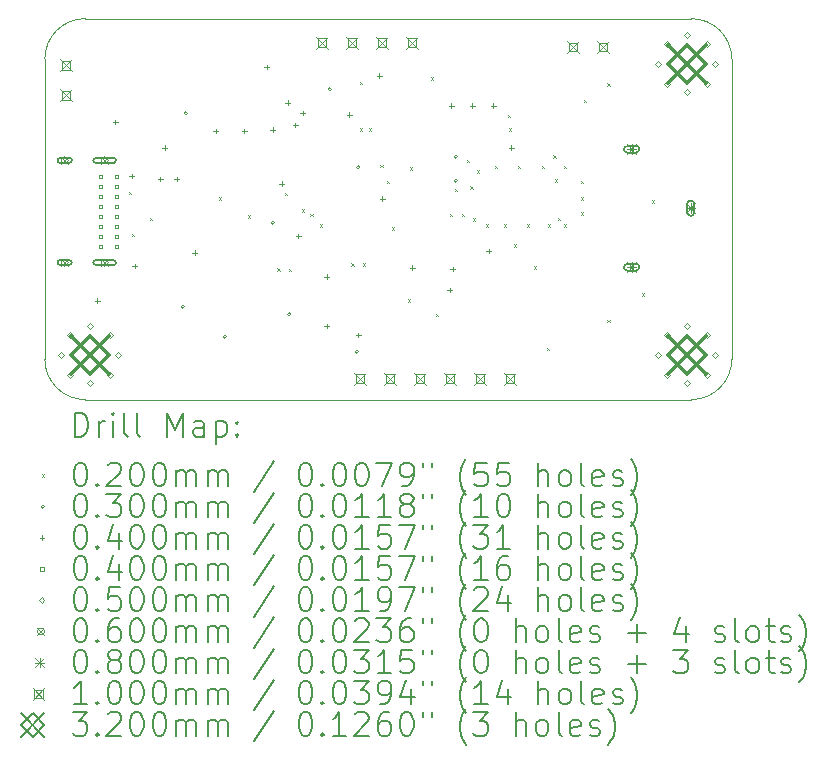
<source format=gbr>
%FSLAX45Y45*%
G04 Gerber Fmt 4.5, Leading zero omitted, Abs format (unit mm)*
G04 Created by KiCad (PCBNEW (6.0.2-0)) date 2022-02-13 15:07:27*
%MOMM*%
%LPD*%
G01*
G04 APERTURE LIST*
%TA.AperFunction,Profile*%
%ADD10C,0.050000*%
%TD*%
%ADD11C,0.200000*%
%ADD12C,0.020000*%
%ADD13C,0.030000*%
%ADD14C,0.040000*%
%ADD15C,0.050000*%
%ADD16C,0.060000*%
%ADD17C,0.080000*%
%ADD18C,0.100000*%
%ADD19C,0.320000*%
G04 APERTURE END LIST*
D10*
X11379200Y-8915400D02*
X16510000Y-8915400D01*
X11036300Y-11798300D02*
X11036300Y-9258300D01*
X16510000Y-12141200D02*
X11379200Y-12141200D01*
X16852900Y-9258300D02*
X16852900Y-11798300D01*
X16852900Y-9258300D02*
G75*
G03*
X16510000Y-8915400I-342900J0D01*
G01*
X11379200Y-8915400D02*
G75*
G03*
X11036300Y-9258300I0J-342900D01*
G01*
X11036300Y-11798300D02*
G75*
G03*
X11379200Y-12141200I342900J0D01*
G01*
X16510000Y-12141200D02*
G75*
G03*
X16852900Y-11798300I0J342900D01*
G01*
D11*
D12*
X11745120Y-10383680D02*
X11765120Y-10403680D01*
X11765120Y-10383680D02*
X11745120Y-10403680D01*
X11770520Y-10739280D02*
X11790520Y-10759280D01*
X11790520Y-10739280D02*
X11770520Y-10759280D01*
X11928000Y-10602120D02*
X11948000Y-10622120D01*
X11948000Y-10602120D02*
X11928000Y-10622120D01*
X12512200Y-10429400D02*
X12532200Y-10449400D01*
X12532200Y-10429400D02*
X12512200Y-10449400D01*
X12756040Y-10581800D02*
X12776040Y-10601800D01*
X12776040Y-10581800D02*
X12756040Y-10601800D01*
X13004960Y-11028840D02*
X13024960Y-11048840D01*
X13024960Y-11028840D02*
X13004960Y-11048840D01*
X13071000Y-10391300D02*
X13091000Y-10411300D01*
X13091000Y-10391300D02*
X13071000Y-10411300D01*
X13101480Y-11033920D02*
X13121480Y-11053920D01*
X13121480Y-11033920D02*
X13101480Y-11053920D01*
X13213708Y-10529981D02*
X13233708Y-10549981D01*
X13233708Y-10529981D02*
X13213708Y-10549981D01*
X13283897Y-10569538D02*
X13303897Y-10589538D01*
X13303897Y-10569538D02*
X13283897Y-10589538D01*
X13363100Y-10658000D02*
X13383100Y-10678000D01*
X13383100Y-10658000D02*
X13363100Y-10678000D01*
X13631350Y-10986650D02*
X13651350Y-11006650D01*
X13651350Y-10986650D02*
X13631350Y-11006650D01*
X13706000Y-9451500D02*
X13726000Y-9471500D01*
X13726000Y-9451500D02*
X13706000Y-9471500D01*
X13706000Y-9845200D02*
X13726000Y-9865200D01*
X13726000Y-9845200D02*
X13706000Y-9865200D01*
X13731350Y-10988250D02*
X13751350Y-11008250D01*
X13751350Y-10988250D02*
X13731350Y-11008250D01*
X13782200Y-9845200D02*
X13802200Y-9865200D01*
X13802200Y-9845200D02*
X13782200Y-9865200D01*
X13877150Y-10155080D02*
X13897150Y-10175080D01*
X13897150Y-10155080D02*
X13877150Y-10175080D01*
X13934600Y-10287160D02*
X13954600Y-10307160D01*
X13954600Y-10287160D02*
X13934600Y-10307160D01*
X13972700Y-10683400D02*
X13992700Y-10703400D01*
X13992700Y-10683400D02*
X13972700Y-10703400D01*
X14112400Y-11293000D02*
X14132400Y-11313000D01*
X14132400Y-11293000D02*
X14112400Y-11313000D01*
X14125100Y-10175400D02*
X14145100Y-10195400D01*
X14145100Y-10175400D02*
X14125100Y-10195400D01*
X14302900Y-9413400D02*
X14322900Y-9433400D01*
X14322900Y-9413400D02*
X14302900Y-9433400D01*
X14346080Y-11414920D02*
X14366080Y-11434920D01*
X14366080Y-11414920D02*
X14346080Y-11434920D01*
X14468000Y-10569100D02*
X14488000Y-10589100D01*
X14488000Y-10569100D02*
X14468000Y-10589100D01*
X14506100Y-10357250D02*
X14526100Y-10377250D01*
X14526100Y-10357250D02*
X14506100Y-10377250D01*
X14569600Y-10569100D02*
X14589600Y-10589100D01*
X14589600Y-10569100D02*
X14569600Y-10589100D01*
X14607700Y-10111900D02*
X14627700Y-10131900D01*
X14627700Y-10111900D02*
X14607700Y-10131900D01*
X14639450Y-10334150D02*
X14659450Y-10354150D01*
X14659450Y-10334150D02*
X14639450Y-10354150D01*
X14658500Y-10607200D02*
X14678500Y-10627200D01*
X14678500Y-10607200D02*
X14658500Y-10627200D01*
X14696600Y-10200800D02*
X14716600Y-10220800D01*
X14716600Y-10200800D02*
X14696600Y-10220800D01*
X14772800Y-10658000D02*
X14792800Y-10678000D01*
X14792800Y-10658000D02*
X14772800Y-10678000D01*
X14849000Y-10162700D02*
X14869000Y-10182700D01*
X14869000Y-10162700D02*
X14849000Y-10182700D01*
X14925200Y-10658000D02*
X14945200Y-10678000D01*
X14945200Y-10658000D02*
X14925200Y-10678000D01*
X14955680Y-9728360D02*
X14975680Y-9748360D01*
X14975680Y-9728360D02*
X14955680Y-9748360D01*
X14963300Y-9845200D02*
X14983300Y-9865200D01*
X14983300Y-9845200D02*
X14963300Y-9865200D01*
X15006480Y-10825640D02*
X15026480Y-10845640D01*
X15026480Y-10825640D02*
X15006480Y-10845640D01*
X15039500Y-10162700D02*
X15059500Y-10182700D01*
X15059500Y-10162700D02*
X15039500Y-10182700D01*
X15115700Y-10658000D02*
X15135700Y-10678000D01*
X15135700Y-10658000D02*
X15115700Y-10678000D01*
X15179200Y-11013600D02*
X15199200Y-11033600D01*
X15199200Y-11013600D02*
X15179200Y-11033600D01*
X15242700Y-10162700D02*
X15262700Y-10182700D01*
X15262700Y-10162700D02*
X15242700Y-10182700D01*
X15285880Y-11704480D02*
X15305880Y-11724480D01*
X15305880Y-11704480D02*
X15285880Y-11724480D01*
X15293500Y-10658000D02*
X15313500Y-10678000D01*
X15313500Y-10658000D02*
X15293500Y-10678000D01*
X15341500Y-10073800D02*
X15361500Y-10093800D01*
X15361500Y-10073800D02*
X15341500Y-10093800D01*
X15357000Y-10277000D02*
X15377000Y-10297000D01*
X15377000Y-10277000D02*
X15357000Y-10297000D01*
X15382400Y-10600500D02*
X15402400Y-10620500D01*
X15402400Y-10600500D02*
X15382400Y-10620500D01*
X15433200Y-10162700D02*
X15453200Y-10182700D01*
X15453200Y-10162700D02*
X15433200Y-10182700D01*
X15433200Y-10658000D02*
X15453200Y-10678000D01*
X15453200Y-10658000D02*
X15433200Y-10678000D01*
X15572900Y-10289700D02*
X15592900Y-10309700D01*
X15592900Y-10289700D02*
X15572900Y-10309700D01*
X15572900Y-10429400D02*
X15592900Y-10449400D01*
X15592900Y-10429400D02*
X15572900Y-10449400D01*
X15572900Y-10556400D02*
X15592900Y-10576400D01*
X15592900Y-10556400D02*
X15572900Y-10576400D01*
X15600840Y-9601360D02*
X15620840Y-9621360D01*
X15620840Y-9601360D02*
X15600840Y-9621360D01*
X15798960Y-9464200D02*
X15818960Y-9484200D01*
X15818960Y-9464200D02*
X15798960Y-9484200D01*
X15798960Y-11465720D02*
X15818960Y-11485720D01*
X15818960Y-11465720D02*
X15798960Y-11485720D01*
X16088520Y-11242200D02*
X16108520Y-11262200D01*
X16108520Y-11242200D02*
X16088520Y-11262200D01*
X16174880Y-10454800D02*
X16194880Y-10474800D01*
X16194880Y-10454800D02*
X16174880Y-10474800D01*
D13*
X12219700Y-11353800D02*
G75*
G03*
X12219700Y-11353800I-15000J0D01*
G01*
X12245100Y-9715500D02*
G75*
G03*
X12245100Y-9715500I-15000J0D01*
G01*
X12575300Y-11607800D02*
G75*
G03*
X12575300Y-11607800I-15000J0D01*
G01*
X12981700Y-10642600D02*
G75*
G03*
X12981700Y-10642600I-15000J0D01*
G01*
X13121400Y-11417300D02*
G75*
G03*
X13121400Y-11417300I-15000J0D01*
G01*
X13464300Y-9512300D02*
G75*
G03*
X13464300Y-9512300I-15000J0D01*
G01*
X13692900Y-11734800D02*
G75*
G03*
X13692900Y-11734800I-15000J0D01*
G01*
X13705600Y-10172700D02*
G75*
G03*
X13705600Y-10172700I-15000J0D01*
G01*
X14531100Y-10083800D02*
G75*
G03*
X14531100Y-10083800I-15000J0D01*
G01*
X14531100Y-10287000D02*
G75*
G03*
X14531100Y-10287000I-15000J0D01*
G01*
D14*
X11480800Y-11283000D02*
X11480800Y-11323000D01*
X11460800Y-11303000D02*
X11500800Y-11303000D01*
X11633200Y-9771700D02*
X11633200Y-9811700D01*
X11613200Y-9791700D02*
X11653200Y-9791700D01*
X11772900Y-10228900D02*
X11772900Y-10268900D01*
X11752900Y-10248900D02*
X11792900Y-10248900D01*
X11798300Y-10990900D02*
X11798300Y-11030900D01*
X11778300Y-11010900D02*
X11818300Y-11010900D01*
X12014200Y-10254300D02*
X12014200Y-10294300D01*
X11994200Y-10274300D02*
X12034200Y-10274300D01*
X12052300Y-9987600D02*
X12052300Y-10027600D01*
X12032300Y-10007600D02*
X12072300Y-10007600D01*
X12153900Y-10254300D02*
X12153900Y-10294300D01*
X12133900Y-10274300D02*
X12173900Y-10274300D01*
X12306300Y-10876600D02*
X12306300Y-10916600D01*
X12286300Y-10896600D02*
X12326300Y-10896600D01*
X12484100Y-9847900D02*
X12484100Y-9887900D01*
X12464100Y-9867900D02*
X12504100Y-9867900D01*
X12725400Y-9847900D02*
X12725400Y-9887900D01*
X12705400Y-9867900D02*
X12745400Y-9867900D01*
X12915900Y-9305500D02*
X12915900Y-9345500D01*
X12895900Y-9325500D02*
X12935900Y-9325500D01*
X12966700Y-9835200D02*
X12966700Y-9875200D01*
X12946700Y-9855200D02*
X12986700Y-9855200D01*
X13042900Y-10292400D02*
X13042900Y-10332400D01*
X13022900Y-10312400D02*
X13062900Y-10312400D01*
X13093700Y-9606600D02*
X13093700Y-9646600D01*
X13073700Y-9626600D02*
X13113700Y-9626600D01*
X13157200Y-9797100D02*
X13157200Y-9837100D01*
X13137200Y-9817100D02*
X13177200Y-9817100D01*
X13182600Y-10736900D02*
X13182600Y-10776900D01*
X13162600Y-10756900D02*
X13202600Y-10756900D01*
X13220700Y-9695500D02*
X13220700Y-9735500D01*
X13200700Y-9715500D02*
X13240700Y-9715500D01*
X13423900Y-11079800D02*
X13423900Y-11119800D01*
X13403900Y-11099800D02*
X13443900Y-11099800D01*
X13423900Y-11498900D02*
X13423900Y-11538900D01*
X13403900Y-11518900D02*
X13443900Y-11518900D01*
X13614400Y-9708200D02*
X13614400Y-9748200D01*
X13594400Y-9728200D02*
X13634400Y-9728200D01*
X13690600Y-11575100D02*
X13690600Y-11615100D01*
X13670600Y-11595100D02*
X13710600Y-11595100D01*
X13868400Y-9378000D02*
X13868400Y-9418000D01*
X13848400Y-9398000D02*
X13888400Y-9398000D01*
X13893800Y-10419400D02*
X13893800Y-10459400D01*
X13873800Y-10439400D02*
X13913800Y-10439400D01*
X14147800Y-11003600D02*
X14147800Y-11043600D01*
X14127800Y-11023600D02*
X14167800Y-11023600D01*
X14465300Y-11194100D02*
X14465300Y-11234100D01*
X14445300Y-11214100D02*
X14485300Y-11214100D01*
X14478000Y-9632000D02*
X14478000Y-9672000D01*
X14458000Y-9652000D02*
X14498000Y-9652000D01*
X14490700Y-11016300D02*
X14490700Y-11056300D01*
X14470700Y-11036300D02*
X14510700Y-11036300D01*
X14655800Y-9632000D02*
X14655800Y-9672000D01*
X14635800Y-9652000D02*
X14675800Y-9652000D01*
X14795500Y-10863900D02*
X14795500Y-10903900D01*
X14775500Y-10883900D02*
X14815500Y-10883900D01*
X14833600Y-9632000D02*
X14833600Y-9672000D01*
X14813600Y-9652000D02*
X14853600Y-9652000D01*
X14986000Y-9987600D02*
X14986000Y-10027600D01*
X14966000Y-10007600D02*
X15006000Y-10007600D01*
X11520342Y-10264942D02*
X11520342Y-10236658D01*
X11492058Y-10236658D01*
X11492058Y-10264942D01*
X11520342Y-10264942D01*
X11520342Y-10349942D02*
X11520342Y-10321658D01*
X11492058Y-10321658D01*
X11492058Y-10349942D01*
X11520342Y-10349942D01*
X11520342Y-10434942D02*
X11520342Y-10406658D01*
X11492058Y-10406658D01*
X11492058Y-10434942D01*
X11520342Y-10434942D01*
X11520342Y-10519942D02*
X11520342Y-10491658D01*
X11492058Y-10491658D01*
X11492058Y-10519942D01*
X11520342Y-10519942D01*
X11520342Y-10604942D02*
X11520342Y-10576658D01*
X11492058Y-10576658D01*
X11492058Y-10604942D01*
X11520342Y-10604942D01*
X11520342Y-10689942D02*
X11520342Y-10661658D01*
X11492058Y-10661658D01*
X11492058Y-10689942D01*
X11520342Y-10689942D01*
X11520342Y-10774942D02*
X11520342Y-10746658D01*
X11492058Y-10746658D01*
X11492058Y-10774942D01*
X11520342Y-10774942D01*
X11520342Y-10859942D02*
X11520342Y-10831658D01*
X11492058Y-10831658D01*
X11492058Y-10859942D01*
X11520342Y-10859942D01*
X11655342Y-10264942D02*
X11655342Y-10236658D01*
X11627058Y-10236658D01*
X11627058Y-10264942D01*
X11655342Y-10264942D01*
X11655342Y-10349942D02*
X11655342Y-10321658D01*
X11627058Y-10321658D01*
X11627058Y-10349942D01*
X11655342Y-10349942D01*
X11655342Y-10434942D02*
X11655342Y-10406658D01*
X11627058Y-10406658D01*
X11627058Y-10434942D01*
X11655342Y-10434942D01*
X11655342Y-10519942D02*
X11655342Y-10491658D01*
X11627058Y-10491658D01*
X11627058Y-10519942D01*
X11655342Y-10519942D01*
X11655342Y-10604942D02*
X11655342Y-10576658D01*
X11627058Y-10576658D01*
X11627058Y-10604942D01*
X11655342Y-10604942D01*
X11655342Y-10689942D02*
X11655342Y-10661658D01*
X11627058Y-10661658D01*
X11627058Y-10689942D01*
X11655342Y-10689942D01*
X11655342Y-10774942D02*
X11655342Y-10746658D01*
X11627058Y-10746658D01*
X11627058Y-10774942D01*
X11655342Y-10774942D01*
X11655342Y-10859942D02*
X11655342Y-10831658D01*
X11627058Y-10831658D01*
X11627058Y-10859942D01*
X11655342Y-10859942D01*
D15*
X11177300Y-11785200D02*
X11202300Y-11760200D01*
X11177300Y-11735200D01*
X11152300Y-11760200D01*
X11177300Y-11785200D01*
X11247594Y-11615494D02*
X11272594Y-11590494D01*
X11247594Y-11565494D01*
X11222594Y-11590494D01*
X11247594Y-11615494D01*
X11247594Y-11954906D02*
X11272594Y-11929906D01*
X11247594Y-11904906D01*
X11222594Y-11929906D01*
X11247594Y-11954906D01*
X11417300Y-11545200D02*
X11442300Y-11520200D01*
X11417300Y-11495200D01*
X11392300Y-11520200D01*
X11417300Y-11545200D01*
X11417300Y-12025200D02*
X11442300Y-12000200D01*
X11417300Y-11975200D01*
X11392300Y-12000200D01*
X11417300Y-12025200D01*
X11587006Y-11615494D02*
X11612006Y-11590494D01*
X11587006Y-11565494D01*
X11562006Y-11590494D01*
X11587006Y-11615494D01*
X11587006Y-11954906D02*
X11612006Y-11929906D01*
X11587006Y-11904906D01*
X11562006Y-11929906D01*
X11587006Y-11954906D01*
X11657300Y-11785200D02*
X11682300Y-11760200D01*
X11657300Y-11735200D01*
X11632300Y-11760200D01*
X11657300Y-11785200D01*
X16231900Y-9321400D02*
X16256900Y-9296400D01*
X16231900Y-9271400D01*
X16206900Y-9296400D01*
X16231900Y-9321400D01*
X16231900Y-11785200D02*
X16256900Y-11760200D01*
X16231900Y-11735200D01*
X16206900Y-11760200D01*
X16231900Y-11785200D01*
X16302194Y-9151694D02*
X16327194Y-9126694D01*
X16302194Y-9101694D01*
X16277194Y-9126694D01*
X16302194Y-9151694D01*
X16302194Y-9491106D02*
X16327194Y-9466106D01*
X16302194Y-9441106D01*
X16277194Y-9466106D01*
X16302194Y-9491106D01*
X16302194Y-11615494D02*
X16327194Y-11590494D01*
X16302194Y-11565494D01*
X16277194Y-11590494D01*
X16302194Y-11615494D01*
X16302194Y-11954906D02*
X16327194Y-11929906D01*
X16302194Y-11904906D01*
X16277194Y-11929906D01*
X16302194Y-11954906D01*
X16471900Y-9081400D02*
X16496900Y-9056400D01*
X16471900Y-9031400D01*
X16446900Y-9056400D01*
X16471900Y-9081400D01*
X16471900Y-9561400D02*
X16496900Y-9536400D01*
X16471900Y-9511400D01*
X16446900Y-9536400D01*
X16471900Y-9561400D01*
X16471900Y-11545200D02*
X16496900Y-11520200D01*
X16471900Y-11495200D01*
X16446900Y-11520200D01*
X16471900Y-11545200D01*
X16471900Y-12025200D02*
X16496900Y-12000200D01*
X16471900Y-11975200D01*
X16446900Y-12000200D01*
X16471900Y-12025200D01*
X16641606Y-9151694D02*
X16666606Y-9126694D01*
X16641606Y-9101694D01*
X16616606Y-9126694D01*
X16641606Y-9151694D01*
X16641606Y-9491106D02*
X16666606Y-9466106D01*
X16641606Y-9441106D01*
X16616606Y-9466106D01*
X16641606Y-9491106D01*
X16641606Y-11615494D02*
X16666606Y-11590494D01*
X16641606Y-11565494D01*
X16616606Y-11590494D01*
X16641606Y-11615494D01*
X16641606Y-11954906D02*
X16666606Y-11929906D01*
X16641606Y-11904906D01*
X16616606Y-11929906D01*
X16641606Y-11954906D01*
X16711900Y-9321400D02*
X16736900Y-9296400D01*
X16711900Y-9271400D01*
X16686900Y-9296400D01*
X16711900Y-9321400D01*
X16711900Y-11785200D02*
X16736900Y-11760200D01*
X16711900Y-11735200D01*
X16686900Y-11760200D01*
X16711900Y-11785200D01*
D16*
X11175200Y-10085800D02*
X11235200Y-10145800D01*
X11235200Y-10085800D02*
X11175200Y-10145800D01*
X11235200Y-10115800D02*
G75*
G03*
X11235200Y-10115800I-30000J0D01*
G01*
D11*
X11165200Y-10135800D02*
X11245200Y-10135800D01*
X11165200Y-10095800D02*
X11245200Y-10095800D01*
X11245200Y-10135800D02*
G75*
G03*
X11245200Y-10095800I0J20000D01*
G01*
X11165200Y-10095800D02*
G75*
G03*
X11165200Y-10135800I0J-20000D01*
G01*
D16*
X11175200Y-10950800D02*
X11235200Y-11010800D01*
X11235200Y-10950800D02*
X11175200Y-11010800D01*
X11235200Y-10980800D02*
G75*
G03*
X11235200Y-10980800I-30000J0D01*
G01*
D11*
X11165200Y-11000800D02*
X11245200Y-11000800D01*
X11165200Y-10960800D02*
X11245200Y-10960800D01*
X11245200Y-11000800D02*
G75*
G03*
X11245200Y-10960800I0J20000D01*
G01*
X11165200Y-10960800D02*
G75*
G03*
X11165200Y-11000800I0J-20000D01*
G01*
D16*
X11513200Y-10085800D02*
X11573200Y-10145800D01*
X11573200Y-10085800D02*
X11513200Y-10145800D01*
X11573200Y-10115800D02*
G75*
G03*
X11573200Y-10115800I-30000J0D01*
G01*
D11*
X11468200Y-10135800D02*
X11618200Y-10135800D01*
X11468200Y-10095800D02*
X11618200Y-10095800D01*
X11618200Y-10135800D02*
G75*
G03*
X11618200Y-10095800I0J20000D01*
G01*
X11468200Y-10095800D02*
G75*
G03*
X11468200Y-10135800I0J-20000D01*
G01*
D16*
X11513200Y-10950800D02*
X11573200Y-11010800D01*
X11573200Y-10950800D02*
X11513200Y-11010800D01*
X11573200Y-10980800D02*
G75*
G03*
X11573200Y-10980800I-30000J0D01*
G01*
D11*
X11468200Y-11000800D02*
X11618200Y-11000800D01*
X11468200Y-10960800D02*
X11618200Y-10960800D01*
X11618200Y-11000800D02*
G75*
G03*
X11618200Y-10960800I0J20000D01*
G01*
X11468200Y-10960800D02*
G75*
G03*
X11468200Y-11000800I0J-20000D01*
G01*
D17*
X15964920Y-9980300D02*
X16044920Y-10060300D01*
X16044920Y-9980300D02*
X15964920Y-10060300D01*
X16004920Y-9980300D02*
X16004920Y-10060300D01*
X15964920Y-10020300D02*
X16044920Y-10020300D01*
D11*
X16039920Y-9990300D02*
X15969920Y-9990300D01*
X16039920Y-10050300D02*
X15969920Y-10050300D01*
X15969920Y-9990300D02*
G75*
G03*
X15969920Y-10050300I0J-30000D01*
G01*
X16039920Y-10050300D02*
G75*
G03*
X16039920Y-9990300I0J30000D01*
G01*
D17*
X15964920Y-10980300D02*
X16044920Y-11060300D01*
X16044920Y-10980300D02*
X15964920Y-11060300D01*
X16004920Y-10980300D02*
X16004920Y-11060300D01*
X15964920Y-11020300D02*
X16044920Y-11020300D01*
D11*
X16039920Y-10990300D02*
X15969920Y-10990300D01*
X16039920Y-11050300D02*
X15969920Y-11050300D01*
X15969920Y-10990300D02*
G75*
G03*
X15969920Y-11050300I0J-30000D01*
G01*
X16039920Y-11050300D02*
G75*
G03*
X16039920Y-10990300I0J30000D01*
G01*
D17*
X16464920Y-10480300D02*
X16544920Y-10560300D01*
X16544920Y-10480300D02*
X16464920Y-10560300D01*
X16504920Y-10480300D02*
X16504920Y-10560300D01*
X16464920Y-10520300D02*
X16544920Y-10520300D01*
D11*
X16534920Y-10555300D02*
X16534920Y-10485300D01*
X16474920Y-10555300D02*
X16474920Y-10485300D01*
X16534920Y-10485300D02*
G75*
G03*
X16474920Y-10485300I-30000J0D01*
G01*
X16474920Y-10555300D02*
G75*
G03*
X16534920Y-10555300I30000J0D01*
G01*
D18*
X11166640Y-9261640D02*
X11266640Y-9361640D01*
X11266640Y-9261640D02*
X11166640Y-9361640D01*
X11251996Y-9346996D02*
X11251996Y-9276284D01*
X11181284Y-9276284D01*
X11181284Y-9346996D01*
X11251996Y-9346996D01*
X11166640Y-9515640D02*
X11266640Y-9615640D01*
X11266640Y-9515640D02*
X11166640Y-9615640D01*
X11251996Y-9600996D02*
X11251996Y-9530284D01*
X11181284Y-9530284D01*
X11181284Y-9600996D01*
X11251996Y-9600996D01*
X13335800Y-9068600D02*
X13435800Y-9168600D01*
X13435800Y-9068600D02*
X13335800Y-9168600D01*
X13421156Y-9153956D02*
X13421156Y-9083244D01*
X13350444Y-9083244D01*
X13350444Y-9153956D01*
X13421156Y-9153956D01*
X13589800Y-9068600D02*
X13689800Y-9168600D01*
X13689800Y-9068600D02*
X13589800Y-9168600D01*
X13675156Y-9153956D02*
X13675156Y-9083244D01*
X13604444Y-9083244D01*
X13604444Y-9153956D01*
X13675156Y-9153956D01*
X13653300Y-11913400D02*
X13753300Y-12013400D01*
X13753300Y-11913400D02*
X13653300Y-12013400D01*
X13738656Y-11998756D02*
X13738656Y-11928044D01*
X13667944Y-11928044D01*
X13667944Y-11998756D01*
X13738656Y-11998756D01*
X13843800Y-9068600D02*
X13943800Y-9168600D01*
X13943800Y-9068600D02*
X13843800Y-9168600D01*
X13929156Y-9153956D02*
X13929156Y-9083244D01*
X13858444Y-9083244D01*
X13858444Y-9153956D01*
X13929156Y-9153956D01*
X13907300Y-11913400D02*
X14007300Y-12013400D01*
X14007300Y-11913400D02*
X13907300Y-12013400D01*
X13992656Y-11998756D02*
X13992656Y-11928044D01*
X13921944Y-11928044D01*
X13921944Y-11998756D01*
X13992656Y-11998756D01*
X14097800Y-9068600D02*
X14197800Y-9168600D01*
X14197800Y-9068600D02*
X14097800Y-9168600D01*
X14183156Y-9153956D02*
X14183156Y-9083244D01*
X14112444Y-9083244D01*
X14112444Y-9153956D01*
X14183156Y-9153956D01*
X14161300Y-11913400D02*
X14261300Y-12013400D01*
X14261300Y-11913400D02*
X14161300Y-12013400D01*
X14246656Y-11998756D02*
X14246656Y-11928044D01*
X14175944Y-11928044D01*
X14175944Y-11998756D01*
X14246656Y-11998756D01*
X14415300Y-11913400D02*
X14515300Y-12013400D01*
X14515300Y-11913400D02*
X14415300Y-12013400D01*
X14500656Y-11998756D02*
X14500656Y-11928044D01*
X14429944Y-11928044D01*
X14429944Y-11998756D01*
X14500656Y-11998756D01*
X14669300Y-11913400D02*
X14769300Y-12013400D01*
X14769300Y-11913400D02*
X14669300Y-12013400D01*
X14754656Y-11998756D02*
X14754656Y-11928044D01*
X14683944Y-11928044D01*
X14683944Y-11998756D01*
X14754656Y-11998756D01*
X14923300Y-11913400D02*
X15023300Y-12013400D01*
X15023300Y-11913400D02*
X14923300Y-12013400D01*
X15008656Y-11998756D02*
X15008656Y-11928044D01*
X14937944Y-11928044D01*
X14937944Y-11998756D01*
X15008656Y-11998756D01*
X15456700Y-9106700D02*
X15556700Y-9206700D01*
X15556700Y-9106700D02*
X15456700Y-9206700D01*
X15542056Y-9192056D02*
X15542056Y-9121344D01*
X15471344Y-9121344D01*
X15471344Y-9192056D01*
X15542056Y-9192056D01*
X15710700Y-9106700D02*
X15810700Y-9206700D01*
X15810700Y-9106700D02*
X15710700Y-9206700D01*
X15796056Y-9192056D02*
X15796056Y-9121344D01*
X15725344Y-9121344D01*
X15725344Y-9192056D01*
X15796056Y-9192056D01*
D19*
X11257300Y-11600200D02*
X11577300Y-11920200D01*
X11577300Y-11600200D02*
X11257300Y-11920200D01*
X11417300Y-11920200D02*
X11577300Y-11760200D01*
X11417300Y-11600200D01*
X11257300Y-11760200D01*
X11417300Y-11920200D01*
X16311900Y-9136400D02*
X16631900Y-9456400D01*
X16631900Y-9136400D02*
X16311900Y-9456400D01*
X16471900Y-9456400D02*
X16631900Y-9296400D01*
X16471900Y-9136400D01*
X16311900Y-9296400D01*
X16471900Y-9456400D01*
X16311900Y-11600200D02*
X16631900Y-11920200D01*
X16631900Y-11600200D02*
X16311900Y-11920200D01*
X16471900Y-11920200D02*
X16631900Y-11760200D01*
X16471900Y-11600200D01*
X16311900Y-11760200D01*
X16471900Y-11920200D01*
D11*
X11291419Y-12454176D02*
X11291419Y-12254176D01*
X11339038Y-12254176D01*
X11367609Y-12263700D01*
X11386657Y-12282748D01*
X11396181Y-12301795D01*
X11405705Y-12339890D01*
X11405705Y-12368462D01*
X11396181Y-12406557D01*
X11386657Y-12425605D01*
X11367609Y-12444652D01*
X11339038Y-12454176D01*
X11291419Y-12454176D01*
X11491419Y-12454176D02*
X11491419Y-12320843D01*
X11491419Y-12358938D02*
X11500943Y-12339890D01*
X11510467Y-12330367D01*
X11529514Y-12320843D01*
X11548562Y-12320843D01*
X11615228Y-12454176D02*
X11615228Y-12320843D01*
X11615228Y-12254176D02*
X11605705Y-12263700D01*
X11615228Y-12273224D01*
X11624752Y-12263700D01*
X11615228Y-12254176D01*
X11615228Y-12273224D01*
X11739038Y-12454176D02*
X11719990Y-12444652D01*
X11710467Y-12425605D01*
X11710467Y-12254176D01*
X11843800Y-12454176D02*
X11824752Y-12444652D01*
X11815228Y-12425605D01*
X11815228Y-12254176D01*
X12072371Y-12454176D02*
X12072371Y-12254176D01*
X12139038Y-12397033D01*
X12205705Y-12254176D01*
X12205705Y-12454176D01*
X12386657Y-12454176D02*
X12386657Y-12349414D01*
X12377133Y-12330367D01*
X12358086Y-12320843D01*
X12319990Y-12320843D01*
X12300943Y-12330367D01*
X12386657Y-12444652D02*
X12367609Y-12454176D01*
X12319990Y-12454176D01*
X12300943Y-12444652D01*
X12291419Y-12425605D01*
X12291419Y-12406557D01*
X12300943Y-12387509D01*
X12319990Y-12377986D01*
X12367609Y-12377986D01*
X12386657Y-12368462D01*
X12481895Y-12320843D02*
X12481895Y-12520843D01*
X12481895Y-12330367D02*
X12500943Y-12320843D01*
X12539038Y-12320843D01*
X12558086Y-12330367D01*
X12567609Y-12339890D01*
X12577133Y-12358938D01*
X12577133Y-12416081D01*
X12567609Y-12435128D01*
X12558086Y-12444652D01*
X12539038Y-12454176D01*
X12500943Y-12454176D01*
X12481895Y-12444652D01*
X12662848Y-12435128D02*
X12672371Y-12444652D01*
X12662848Y-12454176D01*
X12653324Y-12444652D01*
X12662848Y-12435128D01*
X12662848Y-12454176D01*
X12662848Y-12330367D02*
X12672371Y-12339890D01*
X12662848Y-12349414D01*
X12653324Y-12339890D01*
X12662848Y-12330367D01*
X12662848Y-12349414D01*
D12*
X11013800Y-12773700D02*
X11033800Y-12793700D01*
X11033800Y-12773700D02*
X11013800Y-12793700D01*
D11*
X11329514Y-12674176D02*
X11348562Y-12674176D01*
X11367609Y-12683700D01*
X11377133Y-12693224D01*
X11386657Y-12712271D01*
X11396181Y-12750367D01*
X11396181Y-12797986D01*
X11386657Y-12836081D01*
X11377133Y-12855128D01*
X11367609Y-12864652D01*
X11348562Y-12874176D01*
X11329514Y-12874176D01*
X11310467Y-12864652D01*
X11300943Y-12855128D01*
X11291419Y-12836081D01*
X11281895Y-12797986D01*
X11281895Y-12750367D01*
X11291419Y-12712271D01*
X11300943Y-12693224D01*
X11310467Y-12683700D01*
X11329514Y-12674176D01*
X11481895Y-12855128D02*
X11491419Y-12864652D01*
X11481895Y-12874176D01*
X11472371Y-12864652D01*
X11481895Y-12855128D01*
X11481895Y-12874176D01*
X11567609Y-12693224D02*
X11577133Y-12683700D01*
X11596181Y-12674176D01*
X11643800Y-12674176D01*
X11662848Y-12683700D01*
X11672371Y-12693224D01*
X11681895Y-12712271D01*
X11681895Y-12731319D01*
X11672371Y-12759890D01*
X11558086Y-12874176D01*
X11681895Y-12874176D01*
X11805705Y-12674176D02*
X11824752Y-12674176D01*
X11843800Y-12683700D01*
X11853324Y-12693224D01*
X11862848Y-12712271D01*
X11872371Y-12750367D01*
X11872371Y-12797986D01*
X11862848Y-12836081D01*
X11853324Y-12855128D01*
X11843800Y-12864652D01*
X11824752Y-12874176D01*
X11805705Y-12874176D01*
X11786657Y-12864652D01*
X11777133Y-12855128D01*
X11767609Y-12836081D01*
X11758086Y-12797986D01*
X11758086Y-12750367D01*
X11767609Y-12712271D01*
X11777133Y-12693224D01*
X11786657Y-12683700D01*
X11805705Y-12674176D01*
X11996181Y-12674176D02*
X12015228Y-12674176D01*
X12034276Y-12683700D01*
X12043800Y-12693224D01*
X12053324Y-12712271D01*
X12062848Y-12750367D01*
X12062848Y-12797986D01*
X12053324Y-12836081D01*
X12043800Y-12855128D01*
X12034276Y-12864652D01*
X12015228Y-12874176D01*
X11996181Y-12874176D01*
X11977133Y-12864652D01*
X11967609Y-12855128D01*
X11958086Y-12836081D01*
X11948562Y-12797986D01*
X11948562Y-12750367D01*
X11958086Y-12712271D01*
X11967609Y-12693224D01*
X11977133Y-12683700D01*
X11996181Y-12674176D01*
X12148562Y-12874176D02*
X12148562Y-12740843D01*
X12148562Y-12759890D02*
X12158086Y-12750367D01*
X12177133Y-12740843D01*
X12205705Y-12740843D01*
X12224752Y-12750367D01*
X12234276Y-12769414D01*
X12234276Y-12874176D01*
X12234276Y-12769414D02*
X12243800Y-12750367D01*
X12262848Y-12740843D01*
X12291419Y-12740843D01*
X12310467Y-12750367D01*
X12319990Y-12769414D01*
X12319990Y-12874176D01*
X12415228Y-12874176D02*
X12415228Y-12740843D01*
X12415228Y-12759890D02*
X12424752Y-12750367D01*
X12443800Y-12740843D01*
X12472371Y-12740843D01*
X12491419Y-12750367D01*
X12500943Y-12769414D01*
X12500943Y-12874176D01*
X12500943Y-12769414D02*
X12510467Y-12750367D01*
X12529514Y-12740843D01*
X12558086Y-12740843D01*
X12577133Y-12750367D01*
X12586657Y-12769414D01*
X12586657Y-12874176D01*
X12977133Y-12664652D02*
X12805705Y-12921795D01*
X13234276Y-12674176D02*
X13253324Y-12674176D01*
X13272371Y-12683700D01*
X13281895Y-12693224D01*
X13291419Y-12712271D01*
X13300943Y-12750367D01*
X13300943Y-12797986D01*
X13291419Y-12836081D01*
X13281895Y-12855128D01*
X13272371Y-12864652D01*
X13253324Y-12874176D01*
X13234276Y-12874176D01*
X13215228Y-12864652D01*
X13205705Y-12855128D01*
X13196181Y-12836081D01*
X13186657Y-12797986D01*
X13186657Y-12750367D01*
X13196181Y-12712271D01*
X13205705Y-12693224D01*
X13215228Y-12683700D01*
X13234276Y-12674176D01*
X13386657Y-12855128D02*
X13396181Y-12864652D01*
X13386657Y-12874176D01*
X13377133Y-12864652D01*
X13386657Y-12855128D01*
X13386657Y-12874176D01*
X13519990Y-12674176D02*
X13539038Y-12674176D01*
X13558086Y-12683700D01*
X13567609Y-12693224D01*
X13577133Y-12712271D01*
X13586657Y-12750367D01*
X13586657Y-12797986D01*
X13577133Y-12836081D01*
X13567609Y-12855128D01*
X13558086Y-12864652D01*
X13539038Y-12874176D01*
X13519990Y-12874176D01*
X13500943Y-12864652D01*
X13491419Y-12855128D01*
X13481895Y-12836081D01*
X13472371Y-12797986D01*
X13472371Y-12750367D01*
X13481895Y-12712271D01*
X13491419Y-12693224D01*
X13500943Y-12683700D01*
X13519990Y-12674176D01*
X13710467Y-12674176D02*
X13729514Y-12674176D01*
X13748562Y-12683700D01*
X13758086Y-12693224D01*
X13767609Y-12712271D01*
X13777133Y-12750367D01*
X13777133Y-12797986D01*
X13767609Y-12836081D01*
X13758086Y-12855128D01*
X13748562Y-12864652D01*
X13729514Y-12874176D01*
X13710467Y-12874176D01*
X13691419Y-12864652D01*
X13681895Y-12855128D01*
X13672371Y-12836081D01*
X13662848Y-12797986D01*
X13662848Y-12750367D01*
X13672371Y-12712271D01*
X13681895Y-12693224D01*
X13691419Y-12683700D01*
X13710467Y-12674176D01*
X13843800Y-12674176D02*
X13977133Y-12674176D01*
X13891419Y-12874176D01*
X14062848Y-12874176D02*
X14100943Y-12874176D01*
X14119990Y-12864652D01*
X14129514Y-12855128D01*
X14148562Y-12826557D01*
X14158086Y-12788462D01*
X14158086Y-12712271D01*
X14148562Y-12693224D01*
X14139038Y-12683700D01*
X14119990Y-12674176D01*
X14081895Y-12674176D01*
X14062848Y-12683700D01*
X14053324Y-12693224D01*
X14043800Y-12712271D01*
X14043800Y-12759890D01*
X14053324Y-12778938D01*
X14062848Y-12788462D01*
X14081895Y-12797986D01*
X14119990Y-12797986D01*
X14139038Y-12788462D01*
X14148562Y-12778938D01*
X14158086Y-12759890D01*
X14234276Y-12674176D02*
X14234276Y-12712271D01*
X14310467Y-12674176D02*
X14310467Y-12712271D01*
X14605705Y-12950367D02*
X14596181Y-12940843D01*
X14577133Y-12912271D01*
X14567609Y-12893224D01*
X14558086Y-12864652D01*
X14548562Y-12817033D01*
X14548562Y-12778938D01*
X14558086Y-12731319D01*
X14567609Y-12702748D01*
X14577133Y-12683700D01*
X14596181Y-12655128D01*
X14605705Y-12645605D01*
X14777133Y-12674176D02*
X14681895Y-12674176D01*
X14672371Y-12769414D01*
X14681895Y-12759890D01*
X14700943Y-12750367D01*
X14748562Y-12750367D01*
X14767609Y-12759890D01*
X14777133Y-12769414D01*
X14786657Y-12788462D01*
X14786657Y-12836081D01*
X14777133Y-12855128D01*
X14767609Y-12864652D01*
X14748562Y-12874176D01*
X14700943Y-12874176D01*
X14681895Y-12864652D01*
X14672371Y-12855128D01*
X14967609Y-12674176D02*
X14872371Y-12674176D01*
X14862848Y-12769414D01*
X14872371Y-12759890D01*
X14891419Y-12750367D01*
X14939038Y-12750367D01*
X14958086Y-12759890D01*
X14967609Y-12769414D01*
X14977133Y-12788462D01*
X14977133Y-12836081D01*
X14967609Y-12855128D01*
X14958086Y-12864652D01*
X14939038Y-12874176D01*
X14891419Y-12874176D01*
X14872371Y-12864652D01*
X14862848Y-12855128D01*
X15215228Y-12874176D02*
X15215228Y-12674176D01*
X15300943Y-12874176D02*
X15300943Y-12769414D01*
X15291419Y-12750367D01*
X15272371Y-12740843D01*
X15243800Y-12740843D01*
X15224752Y-12750367D01*
X15215228Y-12759890D01*
X15424752Y-12874176D02*
X15405705Y-12864652D01*
X15396181Y-12855128D01*
X15386657Y-12836081D01*
X15386657Y-12778938D01*
X15396181Y-12759890D01*
X15405705Y-12750367D01*
X15424752Y-12740843D01*
X15453324Y-12740843D01*
X15472371Y-12750367D01*
X15481895Y-12759890D01*
X15491419Y-12778938D01*
X15491419Y-12836081D01*
X15481895Y-12855128D01*
X15472371Y-12864652D01*
X15453324Y-12874176D01*
X15424752Y-12874176D01*
X15605705Y-12874176D02*
X15586657Y-12864652D01*
X15577133Y-12845605D01*
X15577133Y-12674176D01*
X15758086Y-12864652D02*
X15739038Y-12874176D01*
X15700943Y-12874176D01*
X15681895Y-12864652D01*
X15672371Y-12845605D01*
X15672371Y-12769414D01*
X15681895Y-12750367D01*
X15700943Y-12740843D01*
X15739038Y-12740843D01*
X15758086Y-12750367D01*
X15767609Y-12769414D01*
X15767609Y-12788462D01*
X15672371Y-12807509D01*
X15843800Y-12864652D02*
X15862848Y-12874176D01*
X15900943Y-12874176D01*
X15919990Y-12864652D01*
X15929514Y-12845605D01*
X15929514Y-12836081D01*
X15919990Y-12817033D01*
X15900943Y-12807509D01*
X15872371Y-12807509D01*
X15853324Y-12797986D01*
X15843800Y-12778938D01*
X15843800Y-12769414D01*
X15853324Y-12750367D01*
X15872371Y-12740843D01*
X15900943Y-12740843D01*
X15919990Y-12750367D01*
X15996181Y-12950367D02*
X16005705Y-12940843D01*
X16024752Y-12912271D01*
X16034276Y-12893224D01*
X16043800Y-12864652D01*
X16053324Y-12817033D01*
X16053324Y-12778938D01*
X16043800Y-12731319D01*
X16034276Y-12702748D01*
X16024752Y-12683700D01*
X16005705Y-12655128D01*
X15996181Y-12645605D01*
D13*
X11033800Y-13047700D02*
G75*
G03*
X11033800Y-13047700I-15000J0D01*
G01*
D11*
X11329514Y-12938176D02*
X11348562Y-12938176D01*
X11367609Y-12947700D01*
X11377133Y-12957224D01*
X11386657Y-12976271D01*
X11396181Y-13014367D01*
X11396181Y-13061986D01*
X11386657Y-13100081D01*
X11377133Y-13119128D01*
X11367609Y-13128652D01*
X11348562Y-13138176D01*
X11329514Y-13138176D01*
X11310467Y-13128652D01*
X11300943Y-13119128D01*
X11291419Y-13100081D01*
X11281895Y-13061986D01*
X11281895Y-13014367D01*
X11291419Y-12976271D01*
X11300943Y-12957224D01*
X11310467Y-12947700D01*
X11329514Y-12938176D01*
X11481895Y-13119128D02*
X11491419Y-13128652D01*
X11481895Y-13138176D01*
X11472371Y-13128652D01*
X11481895Y-13119128D01*
X11481895Y-13138176D01*
X11558086Y-12938176D02*
X11681895Y-12938176D01*
X11615228Y-13014367D01*
X11643800Y-13014367D01*
X11662848Y-13023890D01*
X11672371Y-13033414D01*
X11681895Y-13052462D01*
X11681895Y-13100081D01*
X11672371Y-13119128D01*
X11662848Y-13128652D01*
X11643800Y-13138176D01*
X11586657Y-13138176D01*
X11567609Y-13128652D01*
X11558086Y-13119128D01*
X11805705Y-12938176D02*
X11824752Y-12938176D01*
X11843800Y-12947700D01*
X11853324Y-12957224D01*
X11862848Y-12976271D01*
X11872371Y-13014367D01*
X11872371Y-13061986D01*
X11862848Y-13100081D01*
X11853324Y-13119128D01*
X11843800Y-13128652D01*
X11824752Y-13138176D01*
X11805705Y-13138176D01*
X11786657Y-13128652D01*
X11777133Y-13119128D01*
X11767609Y-13100081D01*
X11758086Y-13061986D01*
X11758086Y-13014367D01*
X11767609Y-12976271D01*
X11777133Y-12957224D01*
X11786657Y-12947700D01*
X11805705Y-12938176D01*
X11996181Y-12938176D02*
X12015228Y-12938176D01*
X12034276Y-12947700D01*
X12043800Y-12957224D01*
X12053324Y-12976271D01*
X12062848Y-13014367D01*
X12062848Y-13061986D01*
X12053324Y-13100081D01*
X12043800Y-13119128D01*
X12034276Y-13128652D01*
X12015228Y-13138176D01*
X11996181Y-13138176D01*
X11977133Y-13128652D01*
X11967609Y-13119128D01*
X11958086Y-13100081D01*
X11948562Y-13061986D01*
X11948562Y-13014367D01*
X11958086Y-12976271D01*
X11967609Y-12957224D01*
X11977133Y-12947700D01*
X11996181Y-12938176D01*
X12148562Y-13138176D02*
X12148562Y-13004843D01*
X12148562Y-13023890D02*
X12158086Y-13014367D01*
X12177133Y-13004843D01*
X12205705Y-13004843D01*
X12224752Y-13014367D01*
X12234276Y-13033414D01*
X12234276Y-13138176D01*
X12234276Y-13033414D02*
X12243800Y-13014367D01*
X12262848Y-13004843D01*
X12291419Y-13004843D01*
X12310467Y-13014367D01*
X12319990Y-13033414D01*
X12319990Y-13138176D01*
X12415228Y-13138176D02*
X12415228Y-13004843D01*
X12415228Y-13023890D02*
X12424752Y-13014367D01*
X12443800Y-13004843D01*
X12472371Y-13004843D01*
X12491419Y-13014367D01*
X12500943Y-13033414D01*
X12500943Y-13138176D01*
X12500943Y-13033414D02*
X12510467Y-13014367D01*
X12529514Y-13004843D01*
X12558086Y-13004843D01*
X12577133Y-13014367D01*
X12586657Y-13033414D01*
X12586657Y-13138176D01*
X12977133Y-12928652D02*
X12805705Y-13185795D01*
X13234276Y-12938176D02*
X13253324Y-12938176D01*
X13272371Y-12947700D01*
X13281895Y-12957224D01*
X13291419Y-12976271D01*
X13300943Y-13014367D01*
X13300943Y-13061986D01*
X13291419Y-13100081D01*
X13281895Y-13119128D01*
X13272371Y-13128652D01*
X13253324Y-13138176D01*
X13234276Y-13138176D01*
X13215228Y-13128652D01*
X13205705Y-13119128D01*
X13196181Y-13100081D01*
X13186657Y-13061986D01*
X13186657Y-13014367D01*
X13196181Y-12976271D01*
X13205705Y-12957224D01*
X13215228Y-12947700D01*
X13234276Y-12938176D01*
X13386657Y-13119128D02*
X13396181Y-13128652D01*
X13386657Y-13138176D01*
X13377133Y-13128652D01*
X13386657Y-13119128D01*
X13386657Y-13138176D01*
X13519990Y-12938176D02*
X13539038Y-12938176D01*
X13558086Y-12947700D01*
X13567609Y-12957224D01*
X13577133Y-12976271D01*
X13586657Y-13014367D01*
X13586657Y-13061986D01*
X13577133Y-13100081D01*
X13567609Y-13119128D01*
X13558086Y-13128652D01*
X13539038Y-13138176D01*
X13519990Y-13138176D01*
X13500943Y-13128652D01*
X13491419Y-13119128D01*
X13481895Y-13100081D01*
X13472371Y-13061986D01*
X13472371Y-13014367D01*
X13481895Y-12976271D01*
X13491419Y-12957224D01*
X13500943Y-12947700D01*
X13519990Y-12938176D01*
X13777133Y-13138176D02*
X13662848Y-13138176D01*
X13719990Y-13138176D02*
X13719990Y-12938176D01*
X13700943Y-12966748D01*
X13681895Y-12985795D01*
X13662848Y-12995319D01*
X13967609Y-13138176D02*
X13853324Y-13138176D01*
X13910467Y-13138176D02*
X13910467Y-12938176D01*
X13891419Y-12966748D01*
X13872371Y-12985795D01*
X13853324Y-12995319D01*
X14081895Y-13023890D02*
X14062848Y-13014367D01*
X14053324Y-13004843D01*
X14043800Y-12985795D01*
X14043800Y-12976271D01*
X14053324Y-12957224D01*
X14062848Y-12947700D01*
X14081895Y-12938176D01*
X14119990Y-12938176D01*
X14139038Y-12947700D01*
X14148562Y-12957224D01*
X14158086Y-12976271D01*
X14158086Y-12985795D01*
X14148562Y-13004843D01*
X14139038Y-13014367D01*
X14119990Y-13023890D01*
X14081895Y-13023890D01*
X14062848Y-13033414D01*
X14053324Y-13042938D01*
X14043800Y-13061986D01*
X14043800Y-13100081D01*
X14053324Y-13119128D01*
X14062848Y-13128652D01*
X14081895Y-13138176D01*
X14119990Y-13138176D01*
X14139038Y-13128652D01*
X14148562Y-13119128D01*
X14158086Y-13100081D01*
X14158086Y-13061986D01*
X14148562Y-13042938D01*
X14139038Y-13033414D01*
X14119990Y-13023890D01*
X14234276Y-12938176D02*
X14234276Y-12976271D01*
X14310467Y-12938176D02*
X14310467Y-12976271D01*
X14605705Y-13214367D02*
X14596181Y-13204843D01*
X14577133Y-13176271D01*
X14567609Y-13157224D01*
X14558086Y-13128652D01*
X14548562Y-13081033D01*
X14548562Y-13042938D01*
X14558086Y-12995319D01*
X14567609Y-12966748D01*
X14577133Y-12947700D01*
X14596181Y-12919128D01*
X14605705Y-12909605D01*
X14786657Y-13138176D02*
X14672371Y-13138176D01*
X14729514Y-13138176D02*
X14729514Y-12938176D01*
X14710467Y-12966748D01*
X14691419Y-12985795D01*
X14672371Y-12995319D01*
X14910467Y-12938176D02*
X14929514Y-12938176D01*
X14948562Y-12947700D01*
X14958086Y-12957224D01*
X14967609Y-12976271D01*
X14977133Y-13014367D01*
X14977133Y-13061986D01*
X14967609Y-13100081D01*
X14958086Y-13119128D01*
X14948562Y-13128652D01*
X14929514Y-13138176D01*
X14910467Y-13138176D01*
X14891419Y-13128652D01*
X14881895Y-13119128D01*
X14872371Y-13100081D01*
X14862848Y-13061986D01*
X14862848Y-13014367D01*
X14872371Y-12976271D01*
X14881895Y-12957224D01*
X14891419Y-12947700D01*
X14910467Y-12938176D01*
X15215228Y-13138176D02*
X15215228Y-12938176D01*
X15300943Y-13138176D02*
X15300943Y-13033414D01*
X15291419Y-13014367D01*
X15272371Y-13004843D01*
X15243800Y-13004843D01*
X15224752Y-13014367D01*
X15215228Y-13023890D01*
X15424752Y-13138176D02*
X15405705Y-13128652D01*
X15396181Y-13119128D01*
X15386657Y-13100081D01*
X15386657Y-13042938D01*
X15396181Y-13023890D01*
X15405705Y-13014367D01*
X15424752Y-13004843D01*
X15453324Y-13004843D01*
X15472371Y-13014367D01*
X15481895Y-13023890D01*
X15491419Y-13042938D01*
X15491419Y-13100081D01*
X15481895Y-13119128D01*
X15472371Y-13128652D01*
X15453324Y-13138176D01*
X15424752Y-13138176D01*
X15605705Y-13138176D02*
X15586657Y-13128652D01*
X15577133Y-13109605D01*
X15577133Y-12938176D01*
X15758086Y-13128652D02*
X15739038Y-13138176D01*
X15700943Y-13138176D01*
X15681895Y-13128652D01*
X15672371Y-13109605D01*
X15672371Y-13033414D01*
X15681895Y-13014367D01*
X15700943Y-13004843D01*
X15739038Y-13004843D01*
X15758086Y-13014367D01*
X15767609Y-13033414D01*
X15767609Y-13052462D01*
X15672371Y-13071509D01*
X15843800Y-13128652D02*
X15862848Y-13138176D01*
X15900943Y-13138176D01*
X15919990Y-13128652D01*
X15929514Y-13109605D01*
X15929514Y-13100081D01*
X15919990Y-13081033D01*
X15900943Y-13071509D01*
X15872371Y-13071509D01*
X15853324Y-13061986D01*
X15843800Y-13042938D01*
X15843800Y-13033414D01*
X15853324Y-13014367D01*
X15872371Y-13004843D01*
X15900943Y-13004843D01*
X15919990Y-13014367D01*
X15996181Y-13214367D02*
X16005705Y-13204843D01*
X16024752Y-13176271D01*
X16034276Y-13157224D01*
X16043800Y-13128652D01*
X16053324Y-13081033D01*
X16053324Y-13042938D01*
X16043800Y-12995319D01*
X16034276Y-12966748D01*
X16024752Y-12947700D01*
X16005705Y-12919128D01*
X15996181Y-12909605D01*
D14*
X11013800Y-13291700D02*
X11013800Y-13331700D01*
X10993800Y-13311700D02*
X11033800Y-13311700D01*
D11*
X11329514Y-13202176D02*
X11348562Y-13202176D01*
X11367609Y-13211700D01*
X11377133Y-13221224D01*
X11386657Y-13240271D01*
X11396181Y-13278367D01*
X11396181Y-13325986D01*
X11386657Y-13364081D01*
X11377133Y-13383128D01*
X11367609Y-13392652D01*
X11348562Y-13402176D01*
X11329514Y-13402176D01*
X11310467Y-13392652D01*
X11300943Y-13383128D01*
X11291419Y-13364081D01*
X11281895Y-13325986D01*
X11281895Y-13278367D01*
X11291419Y-13240271D01*
X11300943Y-13221224D01*
X11310467Y-13211700D01*
X11329514Y-13202176D01*
X11481895Y-13383128D02*
X11491419Y-13392652D01*
X11481895Y-13402176D01*
X11472371Y-13392652D01*
X11481895Y-13383128D01*
X11481895Y-13402176D01*
X11662848Y-13268843D02*
X11662848Y-13402176D01*
X11615228Y-13192652D02*
X11567609Y-13335509D01*
X11691419Y-13335509D01*
X11805705Y-13202176D02*
X11824752Y-13202176D01*
X11843800Y-13211700D01*
X11853324Y-13221224D01*
X11862848Y-13240271D01*
X11872371Y-13278367D01*
X11872371Y-13325986D01*
X11862848Y-13364081D01*
X11853324Y-13383128D01*
X11843800Y-13392652D01*
X11824752Y-13402176D01*
X11805705Y-13402176D01*
X11786657Y-13392652D01*
X11777133Y-13383128D01*
X11767609Y-13364081D01*
X11758086Y-13325986D01*
X11758086Y-13278367D01*
X11767609Y-13240271D01*
X11777133Y-13221224D01*
X11786657Y-13211700D01*
X11805705Y-13202176D01*
X11996181Y-13202176D02*
X12015228Y-13202176D01*
X12034276Y-13211700D01*
X12043800Y-13221224D01*
X12053324Y-13240271D01*
X12062848Y-13278367D01*
X12062848Y-13325986D01*
X12053324Y-13364081D01*
X12043800Y-13383128D01*
X12034276Y-13392652D01*
X12015228Y-13402176D01*
X11996181Y-13402176D01*
X11977133Y-13392652D01*
X11967609Y-13383128D01*
X11958086Y-13364081D01*
X11948562Y-13325986D01*
X11948562Y-13278367D01*
X11958086Y-13240271D01*
X11967609Y-13221224D01*
X11977133Y-13211700D01*
X11996181Y-13202176D01*
X12148562Y-13402176D02*
X12148562Y-13268843D01*
X12148562Y-13287890D02*
X12158086Y-13278367D01*
X12177133Y-13268843D01*
X12205705Y-13268843D01*
X12224752Y-13278367D01*
X12234276Y-13297414D01*
X12234276Y-13402176D01*
X12234276Y-13297414D02*
X12243800Y-13278367D01*
X12262848Y-13268843D01*
X12291419Y-13268843D01*
X12310467Y-13278367D01*
X12319990Y-13297414D01*
X12319990Y-13402176D01*
X12415228Y-13402176D02*
X12415228Y-13268843D01*
X12415228Y-13287890D02*
X12424752Y-13278367D01*
X12443800Y-13268843D01*
X12472371Y-13268843D01*
X12491419Y-13278367D01*
X12500943Y-13297414D01*
X12500943Y-13402176D01*
X12500943Y-13297414D02*
X12510467Y-13278367D01*
X12529514Y-13268843D01*
X12558086Y-13268843D01*
X12577133Y-13278367D01*
X12586657Y-13297414D01*
X12586657Y-13402176D01*
X12977133Y-13192652D02*
X12805705Y-13449795D01*
X13234276Y-13202176D02*
X13253324Y-13202176D01*
X13272371Y-13211700D01*
X13281895Y-13221224D01*
X13291419Y-13240271D01*
X13300943Y-13278367D01*
X13300943Y-13325986D01*
X13291419Y-13364081D01*
X13281895Y-13383128D01*
X13272371Y-13392652D01*
X13253324Y-13402176D01*
X13234276Y-13402176D01*
X13215228Y-13392652D01*
X13205705Y-13383128D01*
X13196181Y-13364081D01*
X13186657Y-13325986D01*
X13186657Y-13278367D01*
X13196181Y-13240271D01*
X13205705Y-13221224D01*
X13215228Y-13211700D01*
X13234276Y-13202176D01*
X13386657Y-13383128D02*
X13396181Y-13392652D01*
X13386657Y-13402176D01*
X13377133Y-13392652D01*
X13386657Y-13383128D01*
X13386657Y-13402176D01*
X13519990Y-13202176D02*
X13539038Y-13202176D01*
X13558086Y-13211700D01*
X13567609Y-13221224D01*
X13577133Y-13240271D01*
X13586657Y-13278367D01*
X13586657Y-13325986D01*
X13577133Y-13364081D01*
X13567609Y-13383128D01*
X13558086Y-13392652D01*
X13539038Y-13402176D01*
X13519990Y-13402176D01*
X13500943Y-13392652D01*
X13491419Y-13383128D01*
X13481895Y-13364081D01*
X13472371Y-13325986D01*
X13472371Y-13278367D01*
X13481895Y-13240271D01*
X13491419Y-13221224D01*
X13500943Y-13211700D01*
X13519990Y-13202176D01*
X13777133Y-13402176D02*
X13662848Y-13402176D01*
X13719990Y-13402176D02*
X13719990Y-13202176D01*
X13700943Y-13230748D01*
X13681895Y-13249795D01*
X13662848Y-13259319D01*
X13958086Y-13202176D02*
X13862848Y-13202176D01*
X13853324Y-13297414D01*
X13862848Y-13287890D01*
X13881895Y-13278367D01*
X13929514Y-13278367D01*
X13948562Y-13287890D01*
X13958086Y-13297414D01*
X13967609Y-13316462D01*
X13967609Y-13364081D01*
X13958086Y-13383128D01*
X13948562Y-13392652D01*
X13929514Y-13402176D01*
X13881895Y-13402176D01*
X13862848Y-13392652D01*
X13853324Y-13383128D01*
X14034276Y-13202176D02*
X14167609Y-13202176D01*
X14081895Y-13402176D01*
X14234276Y-13202176D02*
X14234276Y-13240271D01*
X14310467Y-13202176D02*
X14310467Y-13240271D01*
X14605705Y-13478367D02*
X14596181Y-13468843D01*
X14577133Y-13440271D01*
X14567609Y-13421224D01*
X14558086Y-13392652D01*
X14548562Y-13345033D01*
X14548562Y-13306938D01*
X14558086Y-13259319D01*
X14567609Y-13230748D01*
X14577133Y-13211700D01*
X14596181Y-13183128D01*
X14605705Y-13173605D01*
X14662848Y-13202176D02*
X14786657Y-13202176D01*
X14719990Y-13278367D01*
X14748562Y-13278367D01*
X14767609Y-13287890D01*
X14777133Y-13297414D01*
X14786657Y-13316462D01*
X14786657Y-13364081D01*
X14777133Y-13383128D01*
X14767609Y-13392652D01*
X14748562Y-13402176D01*
X14691419Y-13402176D01*
X14672371Y-13392652D01*
X14662848Y-13383128D01*
X14977133Y-13402176D02*
X14862848Y-13402176D01*
X14919990Y-13402176D02*
X14919990Y-13202176D01*
X14900943Y-13230748D01*
X14881895Y-13249795D01*
X14862848Y-13259319D01*
X15215228Y-13402176D02*
X15215228Y-13202176D01*
X15300943Y-13402176D02*
X15300943Y-13297414D01*
X15291419Y-13278367D01*
X15272371Y-13268843D01*
X15243800Y-13268843D01*
X15224752Y-13278367D01*
X15215228Y-13287890D01*
X15424752Y-13402176D02*
X15405705Y-13392652D01*
X15396181Y-13383128D01*
X15386657Y-13364081D01*
X15386657Y-13306938D01*
X15396181Y-13287890D01*
X15405705Y-13278367D01*
X15424752Y-13268843D01*
X15453324Y-13268843D01*
X15472371Y-13278367D01*
X15481895Y-13287890D01*
X15491419Y-13306938D01*
X15491419Y-13364081D01*
X15481895Y-13383128D01*
X15472371Y-13392652D01*
X15453324Y-13402176D01*
X15424752Y-13402176D01*
X15605705Y-13402176D02*
X15586657Y-13392652D01*
X15577133Y-13373605D01*
X15577133Y-13202176D01*
X15758086Y-13392652D02*
X15739038Y-13402176D01*
X15700943Y-13402176D01*
X15681895Y-13392652D01*
X15672371Y-13373605D01*
X15672371Y-13297414D01*
X15681895Y-13278367D01*
X15700943Y-13268843D01*
X15739038Y-13268843D01*
X15758086Y-13278367D01*
X15767609Y-13297414D01*
X15767609Y-13316462D01*
X15672371Y-13335509D01*
X15843800Y-13392652D02*
X15862848Y-13402176D01*
X15900943Y-13402176D01*
X15919990Y-13392652D01*
X15929514Y-13373605D01*
X15929514Y-13364081D01*
X15919990Y-13345033D01*
X15900943Y-13335509D01*
X15872371Y-13335509D01*
X15853324Y-13325986D01*
X15843800Y-13306938D01*
X15843800Y-13297414D01*
X15853324Y-13278367D01*
X15872371Y-13268843D01*
X15900943Y-13268843D01*
X15919990Y-13278367D01*
X15996181Y-13478367D02*
X16005705Y-13468843D01*
X16024752Y-13440271D01*
X16034276Y-13421224D01*
X16043800Y-13392652D01*
X16053324Y-13345033D01*
X16053324Y-13306938D01*
X16043800Y-13259319D01*
X16034276Y-13230748D01*
X16024752Y-13211700D01*
X16005705Y-13183128D01*
X15996181Y-13173605D01*
D14*
X11027942Y-13589842D02*
X11027942Y-13561558D01*
X10999658Y-13561558D01*
X10999658Y-13589842D01*
X11027942Y-13589842D01*
D11*
X11329514Y-13466176D02*
X11348562Y-13466176D01*
X11367609Y-13475700D01*
X11377133Y-13485224D01*
X11386657Y-13504271D01*
X11396181Y-13542367D01*
X11396181Y-13589986D01*
X11386657Y-13628081D01*
X11377133Y-13647128D01*
X11367609Y-13656652D01*
X11348562Y-13666176D01*
X11329514Y-13666176D01*
X11310467Y-13656652D01*
X11300943Y-13647128D01*
X11291419Y-13628081D01*
X11281895Y-13589986D01*
X11281895Y-13542367D01*
X11291419Y-13504271D01*
X11300943Y-13485224D01*
X11310467Y-13475700D01*
X11329514Y-13466176D01*
X11481895Y-13647128D02*
X11491419Y-13656652D01*
X11481895Y-13666176D01*
X11472371Y-13656652D01*
X11481895Y-13647128D01*
X11481895Y-13666176D01*
X11662848Y-13532843D02*
X11662848Y-13666176D01*
X11615228Y-13456652D02*
X11567609Y-13599509D01*
X11691419Y-13599509D01*
X11805705Y-13466176D02*
X11824752Y-13466176D01*
X11843800Y-13475700D01*
X11853324Y-13485224D01*
X11862848Y-13504271D01*
X11872371Y-13542367D01*
X11872371Y-13589986D01*
X11862848Y-13628081D01*
X11853324Y-13647128D01*
X11843800Y-13656652D01*
X11824752Y-13666176D01*
X11805705Y-13666176D01*
X11786657Y-13656652D01*
X11777133Y-13647128D01*
X11767609Y-13628081D01*
X11758086Y-13589986D01*
X11758086Y-13542367D01*
X11767609Y-13504271D01*
X11777133Y-13485224D01*
X11786657Y-13475700D01*
X11805705Y-13466176D01*
X11996181Y-13466176D02*
X12015228Y-13466176D01*
X12034276Y-13475700D01*
X12043800Y-13485224D01*
X12053324Y-13504271D01*
X12062848Y-13542367D01*
X12062848Y-13589986D01*
X12053324Y-13628081D01*
X12043800Y-13647128D01*
X12034276Y-13656652D01*
X12015228Y-13666176D01*
X11996181Y-13666176D01*
X11977133Y-13656652D01*
X11967609Y-13647128D01*
X11958086Y-13628081D01*
X11948562Y-13589986D01*
X11948562Y-13542367D01*
X11958086Y-13504271D01*
X11967609Y-13485224D01*
X11977133Y-13475700D01*
X11996181Y-13466176D01*
X12148562Y-13666176D02*
X12148562Y-13532843D01*
X12148562Y-13551890D02*
X12158086Y-13542367D01*
X12177133Y-13532843D01*
X12205705Y-13532843D01*
X12224752Y-13542367D01*
X12234276Y-13561414D01*
X12234276Y-13666176D01*
X12234276Y-13561414D02*
X12243800Y-13542367D01*
X12262848Y-13532843D01*
X12291419Y-13532843D01*
X12310467Y-13542367D01*
X12319990Y-13561414D01*
X12319990Y-13666176D01*
X12415228Y-13666176D02*
X12415228Y-13532843D01*
X12415228Y-13551890D02*
X12424752Y-13542367D01*
X12443800Y-13532843D01*
X12472371Y-13532843D01*
X12491419Y-13542367D01*
X12500943Y-13561414D01*
X12500943Y-13666176D01*
X12500943Y-13561414D02*
X12510467Y-13542367D01*
X12529514Y-13532843D01*
X12558086Y-13532843D01*
X12577133Y-13542367D01*
X12586657Y-13561414D01*
X12586657Y-13666176D01*
X12977133Y-13456652D02*
X12805705Y-13713795D01*
X13234276Y-13466176D02*
X13253324Y-13466176D01*
X13272371Y-13475700D01*
X13281895Y-13485224D01*
X13291419Y-13504271D01*
X13300943Y-13542367D01*
X13300943Y-13589986D01*
X13291419Y-13628081D01*
X13281895Y-13647128D01*
X13272371Y-13656652D01*
X13253324Y-13666176D01*
X13234276Y-13666176D01*
X13215228Y-13656652D01*
X13205705Y-13647128D01*
X13196181Y-13628081D01*
X13186657Y-13589986D01*
X13186657Y-13542367D01*
X13196181Y-13504271D01*
X13205705Y-13485224D01*
X13215228Y-13475700D01*
X13234276Y-13466176D01*
X13386657Y-13647128D02*
X13396181Y-13656652D01*
X13386657Y-13666176D01*
X13377133Y-13656652D01*
X13386657Y-13647128D01*
X13386657Y-13666176D01*
X13519990Y-13466176D02*
X13539038Y-13466176D01*
X13558086Y-13475700D01*
X13567609Y-13485224D01*
X13577133Y-13504271D01*
X13586657Y-13542367D01*
X13586657Y-13589986D01*
X13577133Y-13628081D01*
X13567609Y-13647128D01*
X13558086Y-13656652D01*
X13539038Y-13666176D01*
X13519990Y-13666176D01*
X13500943Y-13656652D01*
X13491419Y-13647128D01*
X13481895Y-13628081D01*
X13472371Y-13589986D01*
X13472371Y-13542367D01*
X13481895Y-13504271D01*
X13491419Y-13485224D01*
X13500943Y-13475700D01*
X13519990Y-13466176D01*
X13777133Y-13666176D02*
X13662848Y-13666176D01*
X13719990Y-13666176D02*
X13719990Y-13466176D01*
X13700943Y-13494748D01*
X13681895Y-13513795D01*
X13662848Y-13523319D01*
X13958086Y-13466176D02*
X13862848Y-13466176D01*
X13853324Y-13561414D01*
X13862848Y-13551890D01*
X13881895Y-13542367D01*
X13929514Y-13542367D01*
X13948562Y-13551890D01*
X13958086Y-13561414D01*
X13967609Y-13580462D01*
X13967609Y-13628081D01*
X13958086Y-13647128D01*
X13948562Y-13656652D01*
X13929514Y-13666176D01*
X13881895Y-13666176D01*
X13862848Y-13656652D01*
X13853324Y-13647128D01*
X14034276Y-13466176D02*
X14167609Y-13466176D01*
X14081895Y-13666176D01*
X14234276Y-13466176D02*
X14234276Y-13504271D01*
X14310467Y-13466176D02*
X14310467Y-13504271D01*
X14605705Y-13742367D02*
X14596181Y-13732843D01*
X14577133Y-13704271D01*
X14567609Y-13685224D01*
X14558086Y-13656652D01*
X14548562Y-13609033D01*
X14548562Y-13570938D01*
X14558086Y-13523319D01*
X14567609Y-13494748D01*
X14577133Y-13475700D01*
X14596181Y-13447128D01*
X14605705Y-13437605D01*
X14786657Y-13666176D02*
X14672371Y-13666176D01*
X14729514Y-13666176D02*
X14729514Y-13466176D01*
X14710467Y-13494748D01*
X14691419Y-13513795D01*
X14672371Y-13523319D01*
X14958086Y-13466176D02*
X14919990Y-13466176D01*
X14900943Y-13475700D01*
X14891419Y-13485224D01*
X14872371Y-13513795D01*
X14862848Y-13551890D01*
X14862848Y-13628081D01*
X14872371Y-13647128D01*
X14881895Y-13656652D01*
X14900943Y-13666176D01*
X14939038Y-13666176D01*
X14958086Y-13656652D01*
X14967609Y-13647128D01*
X14977133Y-13628081D01*
X14977133Y-13580462D01*
X14967609Y-13561414D01*
X14958086Y-13551890D01*
X14939038Y-13542367D01*
X14900943Y-13542367D01*
X14881895Y-13551890D01*
X14872371Y-13561414D01*
X14862848Y-13580462D01*
X15215228Y-13666176D02*
X15215228Y-13466176D01*
X15300943Y-13666176D02*
X15300943Y-13561414D01*
X15291419Y-13542367D01*
X15272371Y-13532843D01*
X15243800Y-13532843D01*
X15224752Y-13542367D01*
X15215228Y-13551890D01*
X15424752Y-13666176D02*
X15405705Y-13656652D01*
X15396181Y-13647128D01*
X15386657Y-13628081D01*
X15386657Y-13570938D01*
X15396181Y-13551890D01*
X15405705Y-13542367D01*
X15424752Y-13532843D01*
X15453324Y-13532843D01*
X15472371Y-13542367D01*
X15481895Y-13551890D01*
X15491419Y-13570938D01*
X15491419Y-13628081D01*
X15481895Y-13647128D01*
X15472371Y-13656652D01*
X15453324Y-13666176D01*
X15424752Y-13666176D01*
X15605705Y-13666176D02*
X15586657Y-13656652D01*
X15577133Y-13637605D01*
X15577133Y-13466176D01*
X15758086Y-13656652D02*
X15739038Y-13666176D01*
X15700943Y-13666176D01*
X15681895Y-13656652D01*
X15672371Y-13637605D01*
X15672371Y-13561414D01*
X15681895Y-13542367D01*
X15700943Y-13532843D01*
X15739038Y-13532843D01*
X15758086Y-13542367D01*
X15767609Y-13561414D01*
X15767609Y-13580462D01*
X15672371Y-13599509D01*
X15843800Y-13656652D02*
X15862848Y-13666176D01*
X15900943Y-13666176D01*
X15919990Y-13656652D01*
X15929514Y-13637605D01*
X15929514Y-13628081D01*
X15919990Y-13609033D01*
X15900943Y-13599509D01*
X15872371Y-13599509D01*
X15853324Y-13589986D01*
X15843800Y-13570938D01*
X15843800Y-13561414D01*
X15853324Y-13542367D01*
X15872371Y-13532843D01*
X15900943Y-13532843D01*
X15919990Y-13542367D01*
X15996181Y-13742367D02*
X16005705Y-13732843D01*
X16024752Y-13704271D01*
X16034276Y-13685224D01*
X16043800Y-13656652D01*
X16053324Y-13609033D01*
X16053324Y-13570938D01*
X16043800Y-13523319D01*
X16034276Y-13494748D01*
X16024752Y-13475700D01*
X16005705Y-13447128D01*
X15996181Y-13437605D01*
D15*
X11008800Y-13864700D02*
X11033800Y-13839700D01*
X11008800Y-13814700D01*
X10983800Y-13839700D01*
X11008800Y-13864700D01*
D11*
X11329514Y-13730176D02*
X11348562Y-13730176D01*
X11367609Y-13739700D01*
X11377133Y-13749224D01*
X11386657Y-13768271D01*
X11396181Y-13806367D01*
X11396181Y-13853986D01*
X11386657Y-13892081D01*
X11377133Y-13911128D01*
X11367609Y-13920652D01*
X11348562Y-13930176D01*
X11329514Y-13930176D01*
X11310467Y-13920652D01*
X11300943Y-13911128D01*
X11291419Y-13892081D01*
X11281895Y-13853986D01*
X11281895Y-13806367D01*
X11291419Y-13768271D01*
X11300943Y-13749224D01*
X11310467Y-13739700D01*
X11329514Y-13730176D01*
X11481895Y-13911128D02*
X11491419Y-13920652D01*
X11481895Y-13930176D01*
X11472371Y-13920652D01*
X11481895Y-13911128D01*
X11481895Y-13930176D01*
X11672371Y-13730176D02*
X11577133Y-13730176D01*
X11567609Y-13825414D01*
X11577133Y-13815890D01*
X11596181Y-13806367D01*
X11643800Y-13806367D01*
X11662848Y-13815890D01*
X11672371Y-13825414D01*
X11681895Y-13844462D01*
X11681895Y-13892081D01*
X11672371Y-13911128D01*
X11662848Y-13920652D01*
X11643800Y-13930176D01*
X11596181Y-13930176D01*
X11577133Y-13920652D01*
X11567609Y-13911128D01*
X11805705Y-13730176D02*
X11824752Y-13730176D01*
X11843800Y-13739700D01*
X11853324Y-13749224D01*
X11862848Y-13768271D01*
X11872371Y-13806367D01*
X11872371Y-13853986D01*
X11862848Y-13892081D01*
X11853324Y-13911128D01*
X11843800Y-13920652D01*
X11824752Y-13930176D01*
X11805705Y-13930176D01*
X11786657Y-13920652D01*
X11777133Y-13911128D01*
X11767609Y-13892081D01*
X11758086Y-13853986D01*
X11758086Y-13806367D01*
X11767609Y-13768271D01*
X11777133Y-13749224D01*
X11786657Y-13739700D01*
X11805705Y-13730176D01*
X11996181Y-13730176D02*
X12015228Y-13730176D01*
X12034276Y-13739700D01*
X12043800Y-13749224D01*
X12053324Y-13768271D01*
X12062848Y-13806367D01*
X12062848Y-13853986D01*
X12053324Y-13892081D01*
X12043800Y-13911128D01*
X12034276Y-13920652D01*
X12015228Y-13930176D01*
X11996181Y-13930176D01*
X11977133Y-13920652D01*
X11967609Y-13911128D01*
X11958086Y-13892081D01*
X11948562Y-13853986D01*
X11948562Y-13806367D01*
X11958086Y-13768271D01*
X11967609Y-13749224D01*
X11977133Y-13739700D01*
X11996181Y-13730176D01*
X12148562Y-13930176D02*
X12148562Y-13796843D01*
X12148562Y-13815890D02*
X12158086Y-13806367D01*
X12177133Y-13796843D01*
X12205705Y-13796843D01*
X12224752Y-13806367D01*
X12234276Y-13825414D01*
X12234276Y-13930176D01*
X12234276Y-13825414D02*
X12243800Y-13806367D01*
X12262848Y-13796843D01*
X12291419Y-13796843D01*
X12310467Y-13806367D01*
X12319990Y-13825414D01*
X12319990Y-13930176D01*
X12415228Y-13930176D02*
X12415228Y-13796843D01*
X12415228Y-13815890D02*
X12424752Y-13806367D01*
X12443800Y-13796843D01*
X12472371Y-13796843D01*
X12491419Y-13806367D01*
X12500943Y-13825414D01*
X12500943Y-13930176D01*
X12500943Y-13825414D02*
X12510467Y-13806367D01*
X12529514Y-13796843D01*
X12558086Y-13796843D01*
X12577133Y-13806367D01*
X12586657Y-13825414D01*
X12586657Y-13930176D01*
X12977133Y-13720652D02*
X12805705Y-13977795D01*
X13234276Y-13730176D02*
X13253324Y-13730176D01*
X13272371Y-13739700D01*
X13281895Y-13749224D01*
X13291419Y-13768271D01*
X13300943Y-13806367D01*
X13300943Y-13853986D01*
X13291419Y-13892081D01*
X13281895Y-13911128D01*
X13272371Y-13920652D01*
X13253324Y-13930176D01*
X13234276Y-13930176D01*
X13215228Y-13920652D01*
X13205705Y-13911128D01*
X13196181Y-13892081D01*
X13186657Y-13853986D01*
X13186657Y-13806367D01*
X13196181Y-13768271D01*
X13205705Y-13749224D01*
X13215228Y-13739700D01*
X13234276Y-13730176D01*
X13386657Y-13911128D02*
X13396181Y-13920652D01*
X13386657Y-13930176D01*
X13377133Y-13920652D01*
X13386657Y-13911128D01*
X13386657Y-13930176D01*
X13519990Y-13730176D02*
X13539038Y-13730176D01*
X13558086Y-13739700D01*
X13567609Y-13749224D01*
X13577133Y-13768271D01*
X13586657Y-13806367D01*
X13586657Y-13853986D01*
X13577133Y-13892081D01*
X13567609Y-13911128D01*
X13558086Y-13920652D01*
X13539038Y-13930176D01*
X13519990Y-13930176D01*
X13500943Y-13920652D01*
X13491419Y-13911128D01*
X13481895Y-13892081D01*
X13472371Y-13853986D01*
X13472371Y-13806367D01*
X13481895Y-13768271D01*
X13491419Y-13749224D01*
X13500943Y-13739700D01*
X13519990Y-13730176D01*
X13777133Y-13930176D02*
X13662848Y-13930176D01*
X13719990Y-13930176D02*
X13719990Y-13730176D01*
X13700943Y-13758748D01*
X13681895Y-13777795D01*
X13662848Y-13787319D01*
X13872371Y-13930176D02*
X13910467Y-13930176D01*
X13929514Y-13920652D01*
X13939038Y-13911128D01*
X13958086Y-13882557D01*
X13967609Y-13844462D01*
X13967609Y-13768271D01*
X13958086Y-13749224D01*
X13948562Y-13739700D01*
X13929514Y-13730176D01*
X13891419Y-13730176D01*
X13872371Y-13739700D01*
X13862848Y-13749224D01*
X13853324Y-13768271D01*
X13853324Y-13815890D01*
X13862848Y-13834938D01*
X13872371Y-13844462D01*
X13891419Y-13853986D01*
X13929514Y-13853986D01*
X13948562Y-13844462D01*
X13958086Y-13834938D01*
X13967609Y-13815890D01*
X14034276Y-13730176D02*
X14167609Y-13730176D01*
X14081895Y-13930176D01*
X14234276Y-13730176D02*
X14234276Y-13768271D01*
X14310467Y-13730176D02*
X14310467Y-13768271D01*
X14605705Y-14006367D02*
X14596181Y-13996843D01*
X14577133Y-13968271D01*
X14567609Y-13949224D01*
X14558086Y-13920652D01*
X14548562Y-13873033D01*
X14548562Y-13834938D01*
X14558086Y-13787319D01*
X14567609Y-13758748D01*
X14577133Y-13739700D01*
X14596181Y-13711128D01*
X14605705Y-13701605D01*
X14672371Y-13749224D02*
X14681895Y-13739700D01*
X14700943Y-13730176D01*
X14748562Y-13730176D01*
X14767609Y-13739700D01*
X14777133Y-13749224D01*
X14786657Y-13768271D01*
X14786657Y-13787319D01*
X14777133Y-13815890D01*
X14662848Y-13930176D01*
X14786657Y-13930176D01*
X14958086Y-13796843D02*
X14958086Y-13930176D01*
X14910467Y-13720652D02*
X14862848Y-13863509D01*
X14986657Y-13863509D01*
X15215228Y-13930176D02*
X15215228Y-13730176D01*
X15300943Y-13930176D02*
X15300943Y-13825414D01*
X15291419Y-13806367D01*
X15272371Y-13796843D01*
X15243800Y-13796843D01*
X15224752Y-13806367D01*
X15215228Y-13815890D01*
X15424752Y-13930176D02*
X15405705Y-13920652D01*
X15396181Y-13911128D01*
X15386657Y-13892081D01*
X15386657Y-13834938D01*
X15396181Y-13815890D01*
X15405705Y-13806367D01*
X15424752Y-13796843D01*
X15453324Y-13796843D01*
X15472371Y-13806367D01*
X15481895Y-13815890D01*
X15491419Y-13834938D01*
X15491419Y-13892081D01*
X15481895Y-13911128D01*
X15472371Y-13920652D01*
X15453324Y-13930176D01*
X15424752Y-13930176D01*
X15605705Y-13930176D02*
X15586657Y-13920652D01*
X15577133Y-13901605D01*
X15577133Y-13730176D01*
X15758086Y-13920652D02*
X15739038Y-13930176D01*
X15700943Y-13930176D01*
X15681895Y-13920652D01*
X15672371Y-13901605D01*
X15672371Y-13825414D01*
X15681895Y-13806367D01*
X15700943Y-13796843D01*
X15739038Y-13796843D01*
X15758086Y-13806367D01*
X15767609Y-13825414D01*
X15767609Y-13844462D01*
X15672371Y-13863509D01*
X15843800Y-13920652D02*
X15862848Y-13930176D01*
X15900943Y-13930176D01*
X15919990Y-13920652D01*
X15929514Y-13901605D01*
X15929514Y-13892081D01*
X15919990Y-13873033D01*
X15900943Y-13863509D01*
X15872371Y-13863509D01*
X15853324Y-13853986D01*
X15843800Y-13834938D01*
X15843800Y-13825414D01*
X15853324Y-13806367D01*
X15872371Y-13796843D01*
X15900943Y-13796843D01*
X15919990Y-13806367D01*
X15996181Y-14006367D02*
X16005705Y-13996843D01*
X16024752Y-13968271D01*
X16034276Y-13949224D01*
X16043800Y-13920652D01*
X16053324Y-13873033D01*
X16053324Y-13834938D01*
X16043800Y-13787319D01*
X16034276Y-13758748D01*
X16024752Y-13739700D01*
X16005705Y-13711128D01*
X15996181Y-13701605D01*
D16*
X10973800Y-14073700D02*
X11033800Y-14133700D01*
X11033800Y-14073700D02*
X10973800Y-14133700D01*
X11033800Y-14103700D02*
G75*
G03*
X11033800Y-14103700I-30000J0D01*
G01*
D11*
X11329514Y-13994176D02*
X11348562Y-13994176D01*
X11367609Y-14003700D01*
X11377133Y-14013224D01*
X11386657Y-14032271D01*
X11396181Y-14070367D01*
X11396181Y-14117986D01*
X11386657Y-14156081D01*
X11377133Y-14175128D01*
X11367609Y-14184652D01*
X11348562Y-14194176D01*
X11329514Y-14194176D01*
X11310467Y-14184652D01*
X11300943Y-14175128D01*
X11291419Y-14156081D01*
X11281895Y-14117986D01*
X11281895Y-14070367D01*
X11291419Y-14032271D01*
X11300943Y-14013224D01*
X11310467Y-14003700D01*
X11329514Y-13994176D01*
X11481895Y-14175128D02*
X11491419Y-14184652D01*
X11481895Y-14194176D01*
X11472371Y-14184652D01*
X11481895Y-14175128D01*
X11481895Y-14194176D01*
X11662848Y-13994176D02*
X11624752Y-13994176D01*
X11605705Y-14003700D01*
X11596181Y-14013224D01*
X11577133Y-14041795D01*
X11567609Y-14079890D01*
X11567609Y-14156081D01*
X11577133Y-14175128D01*
X11586657Y-14184652D01*
X11605705Y-14194176D01*
X11643800Y-14194176D01*
X11662848Y-14184652D01*
X11672371Y-14175128D01*
X11681895Y-14156081D01*
X11681895Y-14108462D01*
X11672371Y-14089414D01*
X11662848Y-14079890D01*
X11643800Y-14070367D01*
X11605705Y-14070367D01*
X11586657Y-14079890D01*
X11577133Y-14089414D01*
X11567609Y-14108462D01*
X11805705Y-13994176D02*
X11824752Y-13994176D01*
X11843800Y-14003700D01*
X11853324Y-14013224D01*
X11862848Y-14032271D01*
X11872371Y-14070367D01*
X11872371Y-14117986D01*
X11862848Y-14156081D01*
X11853324Y-14175128D01*
X11843800Y-14184652D01*
X11824752Y-14194176D01*
X11805705Y-14194176D01*
X11786657Y-14184652D01*
X11777133Y-14175128D01*
X11767609Y-14156081D01*
X11758086Y-14117986D01*
X11758086Y-14070367D01*
X11767609Y-14032271D01*
X11777133Y-14013224D01*
X11786657Y-14003700D01*
X11805705Y-13994176D01*
X11996181Y-13994176D02*
X12015228Y-13994176D01*
X12034276Y-14003700D01*
X12043800Y-14013224D01*
X12053324Y-14032271D01*
X12062848Y-14070367D01*
X12062848Y-14117986D01*
X12053324Y-14156081D01*
X12043800Y-14175128D01*
X12034276Y-14184652D01*
X12015228Y-14194176D01*
X11996181Y-14194176D01*
X11977133Y-14184652D01*
X11967609Y-14175128D01*
X11958086Y-14156081D01*
X11948562Y-14117986D01*
X11948562Y-14070367D01*
X11958086Y-14032271D01*
X11967609Y-14013224D01*
X11977133Y-14003700D01*
X11996181Y-13994176D01*
X12148562Y-14194176D02*
X12148562Y-14060843D01*
X12148562Y-14079890D02*
X12158086Y-14070367D01*
X12177133Y-14060843D01*
X12205705Y-14060843D01*
X12224752Y-14070367D01*
X12234276Y-14089414D01*
X12234276Y-14194176D01*
X12234276Y-14089414D02*
X12243800Y-14070367D01*
X12262848Y-14060843D01*
X12291419Y-14060843D01*
X12310467Y-14070367D01*
X12319990Y-14089414D01*
X12319990Y-14194176D01*
X12415228Y-14194176D02*
X12415228Y-14060843D01*
X12415228Y-14079890D02*
X12424752Y-14070367D01*
X12443800Y-14060843D01*
X12472371Y-14060843D01*
X12491419Y-14070367D01*
X12500943Y-14089414D01*
X12500943Y-14194176D01*
X12500943Y-14089414D02*
X12510467Y-14070367D01*
X12529514Y-14060843D01*
X12558086Y-14060843D01*
X12577133Y-14070367D01*
X12586657Y-14089414D01*
X12586657Y-14194176D01*
X12977133Y-13984652D02*
X12805705Y-14241795D01*
X13234276Y-13994176D02*
X13253324Y-13994176D01*
X13272371Y-14003700D01*
X13281895Y-14013224D01*
X13291419Y-14032271D01*
X13300943Y-14070367D01*
X13300943Y-14117986D01*
X13291419Y-14156081D01*
X13281895Y-14175128D01*
X13272371Y-14184652D01*
X13253324Y-14194176D01*
X13234276Y-14194176D01*
X13215228Y-14184652D01*
X13205705Y-14175128D01*
X13196181Y-14156081D01*
X13186657Y-14117986D01*
X13186657Y-14070367D01*
X13196181Y-14032271D01*
X13205705Y-14013224D01*
X13215228Y-14003700D01*
X13234276Y-13994176D01*
X13386657Y-14175128D02*
X13396181Y-14184652D01*
X13386657Y-14194176D01*
X13377133Y-14184652D01*
X13386657Y-14175128D01*
X13386657Y-14194176D01*
X13519990Y-13994176D02*
X13539038Y-13994176D01*
X13558086Y-14003700D01*
X13567609Y-14013224D01*
X13577133Y-14032271D01*
X13586657Y-14070367D01*
X13586657Y-14117986D01*
X13577133Y-14156081D01*
X13567609Y-14175128D01*
X13558086Y-14184652D01*
X13539038Y-14194176D01*
X13519990Y-14194176D01*
X13500943Y-14184652D01*
X13491419Y-14175128D01*
X13481895Y-14156081D01*
X13472371Y-14117986D01*
X13472371Y-14070367D01*
X13481895Y-14032271D01*
X13491419Y-14013224D01*
X13500943Y-14003700D01*
X13519990Y-13994176D01*
X13662848Y-14013224D02*
X13672371Y-14003700D01*
X13691419Y-13994176D01*
X13739038Y-13994176D01*
X13758086Y-14003700D01*
X13767609Y-14013224D01*
X13777133Y-14032271D01*
X13777133Y-14051319D01*
X13767609Y-14079890D01*
X13653324Y-14194176D01*
X13777133Y-14194176D01*
X13843800Y-13994176D02*
X13967609Y-13994176D01*
X13900943Y-14070367D01*
X13929514Y-14070367D01*
X13948562Y-14079890D01*
X13958086Y-14089414D01*
X13967609Y-14108462D01*
X13967609Y-14156081D01*
X13958086Y-14175128D01*
X13948562Y-14184652D01*
X13929514Y-14194176D01*
X13872371Y-14194176D01*
X13853324Y-14184652D01*
X13843800Y-14175128D01*
X14139038Y-13994176D02*
X14100943Y-13994176D01*
X14081895Y-14003700D01*
X14072371Y-14013224D01*
X14053324Y-14041795D01*
X14043800Y-14079890D01*
X14043800Y-14156081D01*
X14053324Y-14175128D01*
X14062848Y-14184652D01*
X14081895Y-14194176D01*
X14119990Y-14194176D01*
X14139038Y-14184652D01*
X14148562Y-14175128D01*
X14158086Y-14156081D01*
X14158086Y-14108462D01*
X14148562Y-14089414D01*
X14139038Y-14079890D01*
X14119990Y-14070367D01*
X14081895Y-14070367D01*
X14062848Y-14079890D01*
X14053324Y-14089414D01*
X14043800Y-14108462D01*
X14234276Y-13994176D02*
X14234276Y-14032271D01*
X14310467Y-13994176D02*
X14310467Y-14032271D01*
X14605705Y-14270367D02*
X14596181Y-14260843D01*
X14577133Y-14232271D01*
X14567609Y-14213224D01*
X14558086Y-14184652D01*
X14548562Y-14137033D01*
X14548562Y-14098938D01*
X14558086Y-14051319D01*
X14567609Y-14022748D01*
X14577133Y-14003700D01*
X14596181Y-13975128D01*
X14605705Y-13965605D01*
X14719990Y-13994176D02*
X14739038Y-13994176D01*
X14758086Y-14003700D01*
X14767609Y-14013224D01*
X14777133Y-14032271D01*
X14786657Y-14070367D01*
X14786657Y-14117986D01*
X14777133Y-14156081D01*
X14767609Y-14175128D01*
X14758086Y-14184652D01*
X14739038Y-14194176D01*
X14719990Y-14194176D01*
X14700943Y-14184652D01*
X14691419Y-14175128D01*
X14681895Y-14156081D01*
X14672371Y-14117986D01*
X14672371Y-14070367D01*
X14681895Y-14032271D01*
X14691419Y-14013224D01*
X14700943Y-14003700D01*
X14719990Y-13994176D01*
X15024752Y-14194176D02*
X15024752Y-13994176D01*
X15110467Y-14194176D02*
X15110467Y-14089414D01*
X15100943Y-14070367D01*
X15081895Y-14060843D01*
X15053324Y-14060843D01*
X15034276Y-14070367D01*
X15024752Y-14079890D01*
X15234276Y-14194176D02*
X15215228Y-14184652D01*
X15205705Y-14175128D01*
X15196181Y-14156081D01*
X15196181Y-14098938D01*
X15205705Y-14079890D01*
X15215228Y-14070367D01*
X15234276Y-14060843D01*
X15262848Y-14060843D01*
X15281895Y-14070367D01*
X15291419Y-14079890D01*
X15300943Y-14098938D01*
X15300943Y-14156081D01*
X15291419Y-14175128D01*
X15281895Y-14184652D01*
X15262848Y-14194176D01*
X15234276Y-14194176D01*
X15415228Y-14194176D02*
X15396181Y-14184652D01*
X15386657Y-14165605D01*
X15386657Y-13994176D01*
X15567609Y-14184652D02*
X15548562Y-14194176D01*
X15510467Y-14194176D01*
X15491419Y-14184652D01*
X15481895Y-14165605D01*
X15481895Y-14089414D01*
X15491419Y-14070367D01*
X15510467Y-14060843D01*
X15548562Y-14060843D01*
X15567609Y-14070367D01*
X15577133Y-14089414D01*
X15577133Y-14108462D01*
X15481895Y-14127509D01*
X15653324Y-14184652D02*
X15672371Y-14194176D01*
X15710467Y-14194176D01*
X15729514Y-14184652D01*
X15739038Y-14165605D01*
X15739038Y-14156081D01*
X15729514Y-14137033D01*
X15710467Y-14127509D01*
X15681895Y-14127509D01*
X15662848Y-14117986D01*
X15653324Y-14098938D01*
X15653324Y-14089414D01*
X15662848Y-14070367D01*
X15681895Y-14060843D01*
X15710467Y-14060843D01*
X15729514Y-14070367D01*
X15977133Y-14117986D02*
X16129514Y-14117986D01*
X16053324Y-14194176D02*
X16053324Y-14041795D01*
X16462848Y-14060843D02*
X16462848Y-14194176D01*
X16415228Y-13984652D02*
X16367609Y-14127509D01*
X16491419Y-14127509D01*
X16710467Y-14184652D02*
X16729514Y-14194176D01*
X16767609Y-14194176D01*
X16786657Y-14184652D01*
X16796181Y-14165605D01*
X16796181Y-14156081D01*
X16786657Y-14137033D01*
X16767609Y-14127509D01*
X16739038Y-14127509D01*
X16719990Y-14117986D01*
X16710467Y-14098938D01*
X16710467Y-14089414D01*
X16719990Y-14070367D01*
X16739038Y-14060843D01*
X16767609Y-14060843D01*
X16786657Y-14070367D01*
X16910467Y-14194176D02*
X16891419Y-14184652D01*
X16881895Y-14165605D01*
X16881895Y-13994176D01*
X17015229Y-14194176D02*
X16996181Y-14184652D01*
X16986657Y-14175128D01*
X16977133Y-14156081D01*
X16977133Y-14098938D01*
X16986657Y-14079890D01*
X16996181Y-14070367D01*
X17015229Y-14060843D01*
X17043800Y-14060843D01*
X17062848Y-14070367D01*
X17072371Y-14079890D01*
X17081895Y-14098938D01*
X17081895Y-14156081D01*
X17072371Y-14175128D01*
X17062848Y-14184652D01*
X17043800Y-14194176D01*
X17015229Y-14194176D01*
X17139038Y-14060843D02*
X17215229Y-14060843D01*
X17167610Y-13994176D02*
X17167610Y-14165605D01*
X17177133Y-14184652D01*
X17196181Y-14194176D01*
X17215229Y-14194176D01*
X17272371Y-14184652D02*
X17291419Y-14194176D01*
X17329514Y-14194176D01*
X17348562Y-14184652D01*
X17358086Y-14165605D01*
X17358086Y-14156081D01*
X17348562Y-14137033D01*
X17329514Y-14127509D01*
X17300943Y-14127509D01*
X17281895Y-14117986D01*
X17272371Y-14098938D01*
X17272371Y-14089414D01*
X17281895Y-14070367D01*
X17300943Y-14060843D01*
X17329514Y-14060843D01*
X17348562Y-14070367D01*
X17424752Y-14270367D02*
X17434276Y-14260843D01*
X17453324Y-14232271D01*
X17462848Y-14213224D01*
X17472371Y-14184652D01*
X17481895Y-14137033D01*
X17481895Y-14098938D01*
X17472371Y-14051319D01*
X17462848Y-14022748D01*
X17453324Y-14003700D01*
X17434276Y-13975128D01*
X17424752Y-13965605D01*
D17*
X10953800Y-14327700D02*
X11033800Y-14407700D01*
X11033800Y-14327700D02*
X10953800Y-14407700D01*
X10993800Y-14327700D02*
X10993800Y-14407700D01*
X10953800Y-14367700D02*
X11033800Y-14367700D01*
D11*
X11329514Y-14258176D02*
X11348562Y-14258176D01*
X11367609Y-14267700D01*
X11377133Y-14277224D01*
X11386657Y-14296271D01*
X11396181Y-14334367D01*
X11396181Y-14381986D01*
X11386657Y-14420081D01*
X11377133Y-14439128D01*
X11367609Y-14448652D01*
X11348562Y-14458176D01*
X11329514Y-14458176D01*
X11310467Y-14448652D01*
X11300943Y-14439128D01*
X11291419Y-14420081D01*
X11281895Y-14381986D01*
X11281895Y-14334367D01*
X11291419Y-14296271D01*
X11300943Y-14277224D01*
X11310467Y-14267700D01*
X11329514Y-14258176D01*
X11481895Y-14439128D02*
X11491419Y-14448652D01*
X11481895Y-14458176D01*
X11472371Y-14448652D01*
X11481895Y-14439128D01*
X11481895Y-14458176D01*
X11605705Y-14343890D02*
X11586657Y-14334367D01*
X11577133Y-14324843D01*
X11567609Y-14305795D01*
X11567609Y-14296271D01*
X11577133Y-14277224D01*
X11586657Y-14267700D01*
X11605705Y-14258176D01*
X11643800Y-14258176D01*
X11662848Y-14267700D01*
X11672371Y-14277224D01*
X11681895Y-14296271D01*
X11681895Y-14305795D01*
X11672371Y-14324843D01*
X11662848Y-14334367D01*
X11643800Y-14343890D01*
X11605705Y-14343890D01*
X11586657Y-14353414D01*
X11577133Y-14362938D01*
X11567609Y-14381986D01*
X11567609Y-14420081D01*
X11577133Y-14439128D01*
X11586657Y-14448652D01*
X11605705Y-14458176D01*
X11643800Y-14458176D01*
X11662848Y-14448652D01*
X11672371Y-14439128D01*
X11681895Y-14420081D01*
X11681895Y-14381986D01*
X11672371Y-14362938D01*
X11662848Y-14353414D01*
X11643800Y-14343890D01*
X11805705Y-14258176D02*
X11824752Y-14258176D01*
X11843800Y-14267700D01*
X11853324Y-14277224D01*
X11862848Y-14296271D01*
X11872371Y-14334367D01*
X11872371Y-14381986D01*
X11862848Y-14420081D01*
X11853324Y-14439128D01*
X11843800Y-14448652D01*
X11824752Y-14458176D01*
X11805705Y-14458176D01*
X11786657Y-14448652D01*
X11777133Y-14439128D01*
X11767609Y-14420081D01*
X11758086Y-14381986D01*
X11758086Y-14334367D01*
X11767609Y-14296271D01*
X11777133Y-14277224D01*
X11786657Y-14267700D01*
X11805705Y-14258176D01*
X11996181Y-14258176D02*
X12015228Y-14258176D01*
X12034276Y-14267700D01*
X12043800Y-14277224D01*
X12053324Y-14296271D01*
X12062848Y-14334367D01*
X12062848Y-14381986D01*
X12053324Y-14420081D01*
X12043800Y-14439128D01*
X12034276Y-14448652D01*
X12015228Y-14458176D01*
X11996181Y-14458176D01*
X11977133Y-14448652D01*
X11967609Y-14439128D01*
X11958086Y-14420081D01*
X11948562Y-14381986D01*
X11948562Y-14334367D01*
X11958086Y-14296271D01*
X11967609Y-14277224D01*
X11977133Y-14267700D01*
X11996181Y-14258176D01*
X12148562Y-14458176D02*
X12148562Y-14324843D01*
X12148562Y-14343890D02*
X12158086Y-14334367D01*
X12177133Y-14324843D01*
X12205705Y-14324843D01*
X12224752Y-14334367D01*
X12234276Y-14353414D01*
X12234276Y-14458176D01*
X12234276Y-14353414D02*
X12243800Y-14334367D01*
X12262848Y-14324843D01*
X12291419Y-14324843D01*
X12310467Y-14334367D01*
X12319990Y-14353414D01*
X12319990Y-14458176D01*
X12415228Y-14458176D02*
X12415228Y-14324843D01*
X12415228Y-14343890D02*
X12424752Y-14334367D01*
X12443800Y-14324843D01*
X12472371Y-14324843D01*
X12491419Y-14334367D01*
X12500943Y-14353414D01*
X12500943Y-14458176D01*
X12500943Y-14353414D02*
X12510467Y-14334367D01*
X12529514Y-14324843D01*
X12558086Y-14324843D01*
X12577133Y-14334367D01*
X12586657Y-14353414D01*
X12586657Y-14458176D01*
X12977133Y-14248652D02*
X12805705Y-14505795D01*
X13234276Y-14258176D02*
X13253324Y-14258176D01*
X13272371Y-14267700D01*
X13281895Y-14277224D01*
X13291419Y-14296271D01*
X13300943Y-14334367D01*
X13300943Y-14381986D01*
X13291419Y-14420081D01*
X13281895Y-14439128D01*
X13272371Y-14448652D01*
X13253324Y-14458176D01*
X13234276Y-14458176D01*
X13215228Y-14448652D01*
X13205705Y-14439128D01*
X13196181Y-14420081D01*
X13186657Y-14381986D01*
X13186657Y-14334367D01*
X13196181Y-14296271D01*
X13205705Y-14277224D01*
X13215228Y-14267700D01*
X13234276Y-14258176D01*
X13386657Y-14439128D02*
X13396181Y-14448652D01*
X13386657Y-14458176D01*
X13377133Y-14448652D01*
X13386657Y-14439128D01*
X13386657Y-14458176D01*
X13519990Y-14258176D02*
X13539038Y-14258176D01*
X13558086Y-14267700D01*
X13567609Y-14277224D01*
X13577133Y-14296271D01*
X13586657Y-14334367D01*
X13586657Y-14381986D01*
X13577133Y-14420081D01*
X13567609Y-14439128D01*
X13558086Y-14448652D01*
X13539038Y-14458176D01*
X13519990Y-14458176D01*
X13500943Y-14448652D01*
X13491419Y-14439128D01*
X13481895Y-14420081D01*
X13472371Y-14381986D01*
X13472371Y-14334367D01*
X13481895Y-14296271D01*
X13491419Y-14277224D01*
X13500943Y-14267700D01*
X13519990Y-14258176D01*
X13653324Y-14258176D02*
X13777133Y-14258176D01*
X13710467Y-14334367D01*
X13739038Y-14334367D01*
X13758086Y-14343890D01*
X13767609Y-14353414D01*
X13777133Y-14372462D01*
X13777133Y-14420081D01*
X13767609Y-14439128D01*
X13758086Y-14448652D01*
X13739038Y-14458176D01*
X13681895Y-14458176D01*
X13662848Y-14448652D01*
X13653324Y-14439128D01*
X13967609Y-14458176D02*
X13853324Y-14458176D01*
X13910467Y-14458176D02*
X13910467Y-14258176D01*
X13891419Y-14286748D01*
X13872371Y-14305795D01*
X13853324Y-14315319D01*
X14148562Y-14258176D02*
X14053324Y-14258176D01*
X14043800Y-14353414D01*
X14053324Y-14343890D01*
X14072371Y-14334367D01*
X14119990Y-14334367D01*
X14139038Y-14343890D01*
X14148562Y-14353414D01*
X14158086Y-14372462D01*
X14158086Y-14420081D01*
X14148562Y-14439128D01*
X14139038Y-14448652D01*
X14119990Y-14458176D01*
X14072371Y-14458176D01*
X14053324Y-14448652D01*
X14043800Y-14439128D01*
X14234276Y-14258176D02*
X14234276Y-14296271D01*
X14310467Y-14258176D02*
X14310467Y-14296271D01*
X14605705Y-14534367D02*
X14596181Y-14524843D01*
X14577133Y-14496271D01*
X14567609Y-14477224D01*
X14558086Y-14448652D01*
X14548562Y-14401033D01*
X14548562Y-14362938D01*
X14558086Y-14315319D01*
X14567609Y-14286748D01*
X14577133Y-14267700D01*
X14596181Y-14239128D01*
X14605705Y-14229605D01*
X14719990Y-14258176D02*
X14739038Y-14258176D01*
X14758086Y-14267700D01*
X14767609Y-14277224D01*
X14777133Y-14296271D01*
X14786657Y-14334367D01*
X14786657Y-14381986D01*
X14777133Y-14420081D01*
X14767609Y-14439128D01*
X14758086Y-14448652D01*
X14739038Y-14458176D01*
X14719990Y-14458176D01*
X14700943Y-14448652D01*
X14691419Y-14439128D01*
X14681895Y-14420081D01*
X14672371Y-14381986D01*
X14672371Y-14334367D01*
X14681895Y-14296271D01*
X14691419Y-14277224D01*
X14700943Y-14267700D01*
X14719990Y-14258176D01*
X15024752Y-14458176D02*
X15024752Y-14258176D01*
X15110467Y-14458176D02*
X15110467Y-14353414D01*
X15100943Y-14334367D01*
X15081895Y-14324843D01*
X15053324Y-14324843D01*
X15034276Y-14334367D01*
X15024752Y-14343890D01*
X15234276Y-14458176D02*
X15215228Y-14448652D01*
X15205705Y-14439128D01*
X15196181Y-14420081D01*
X15196181Y-14362938D01*
X15205705Y-14343890D01*
X15215228Y-14334367D01*
X15234276Y-14324843D01*
X15262848Y-14324843D01*
X15281895Y-14334367D01*
X15291419Y-14343890D01*
X15300943Y-14362938D01*
X15300943Y-14420081D01*
X15291419Y-14439128D01*
X15281895Y-14448652D01*
X15262848Y-14458176D01*
X15234276Y-14458176D01*
X15415228Y-14458176D02*
X15396181Y-14448652D01*
X15386657Y-14429605D01*
X15386657Y-14258176D01*
X15567609Y-14448652D02*
X15548562Y-14458176D01*
X15510467Y-14458176D01*
X15491419Y-14448652D01*
X15481895Y-14429605D01*
X15481895Y-14353414D01*
X15491419Y-14334367D01*
X15510467Y-14324843D01*
X15548562Y-14324843D01*
X15567609Y-14334367D01*
X15577133Y-14353414D01*
X15577133Y-14372462D01*
X15481895Y-14391509D01*
X15653324Y-14448652D02*
X15672371Y-14458176D01*
X15710467Y-14458176D01*
X15729514Y-14448652D01*
X15739038Y-14429605D01*
X15739038Y-14420081D01*
X15729514Y-14401033D01*
X15710467Y-14391509D01*
X15681895Y-14391509D01*
X15662848Y-14381986D01*
X15653324Y-14362938D01*
X15653324Y-14353414D01*
X15662848Y-14334367D01*
X15681895Y-14324843D01*
X15710467Y-14324843D01*
X15729514Y-14334367D01*
X15977133Y-14381986D02*
X16129514Y-14381986D01*
X16053324Y-14458176D02*
X16053324Y-14305795D01*
X16358086Y-14258176D02*
X16481895Y-14258176D01*
X16415228Y-14334367D01*
X16443800Y-14334367D01*
X16462848Y-14343890D01*
X16472371Y-14353414D01*
X16481895Y-14372462D01*
X16481895Y-14420081D01*
X16472371Y-14439128D01*
X16462848Y-14448652D01*
X16443800Y-14458176D01*
X16386657Y-14458176D01*
X16367609Y-14448652D01*
X16358086Y-14439128D01*
X16710467Y-14448652D02*
X16729514Y-14458176D01*
X16767609Y-14458176D01*
X16786657Y-14448652D01*
X16796181Y-14429605D01*
X16796181Y-14420081D01*
X16786657Y-14401033D01*
X16767609Y-14391509D01*
X16739038Y-14391509D01*
X16719990Y-14381986D01*
X16710467Y-14362938D01*
X16710467Y-14353414D01*
X16719990Y-14334367D01*
X16739038Y-14324843D01*
X16767609Y-14324843D01*
X16786657Y-14334367D01*
X16910467Y-14458176D02*
X16891419Y-14448652D01*
X16881895Y-14429605D01*
X16881895Y-14258176D01*
X17015229Y-14458176D02*
X16996181Y-14448652D01*
X16986657Y-14439128D01*
X16977133Y-14420081D01*
X16977133Y-14362938D01*
X16986657Y-14343890D01*
X16996181Y-14334367D01*
X17015229Y-14324843D01*
X17043800Y-14324843D01*
X17062848Y-14334367D01*
X17072371Y-14343890D01*
X17081895Y-14362938D01*
X17081895Y-14420081D01*
X17072371Y-14439128D01*
X17062848Y-14448652D01*
X17043800Y-14458176D01*
X17015229Y-14458176D01*
X17139038Y-14324843D02*
X17215229Y-14324843D01*
X17167610Y-14258176D02*
X17167610Y-14429605D01*
X17177133Y-14448652D01*
X17196181Y-14458176D01*
X17215229Y-14458176D01*
X17272371Y-14448652D02*
X17291419Y-14458176D01*
X17329514Y-14458176D01*
X17348562Y-14448652D01*
X17358086Y-14429605D01*
X17358086Y-14420081D01*
X17348562Y-14401033D01*
X17329514Y-14391509D01*
X17300943Y-14391509D01*
X17281895Y-14381986D01*
X17272371Y-14362938D01*
X17272371Y-14353414D01*
X17281895Y-14334367D01*
X17300943Y-14324843D01*
X17329514Y-14324843D01*
X17348562Y-14334367D01*
X17424752Y-14534367D02*
X17434276Y-14524843D01*
X17453324Y-14496271D01*
X17462848Y-14477224D01*
X17472371Y-14448652D01*
X17481895Y-14401033D01*
X17481895Y-14362938D01*
X17472371Y-14315319D01*
X17462848Y-14286748D01*
X17453324Y-14267700D01*
X17434276Y-14239128D01*
X17424752Y-14229605D01*
D18*
X10933800Y-14581700D02*
X11033800Y-14681700D01*
X11033800Y-14581700D02*
X10933800Y-14681700D01*
X11019156Y-14667056D02*
X11019156Y-14596344D01*
X10948444Y-14596344D01*
X10948444Y-14667056D01*
X11019156Y-14667056D01*
D11*
X11396181Y-14722176D02*
X11281895Y-14722176D01*
X11339038Y-14722176D02*
X11339038Y-14522176D01*
X11319990Y-14550748D01*
X11300943Y-14569795D01*
X11281895Y-14579319D01*
X11481895Y-14703128D02*
X11491419Y-14712652D01*
X11481895Y-14722176D01*
X11472371Y-14712652D01*
X11481895Y-14703128D01*
X11481895Y-14722176D01*
X11615228Y-14522176D02*
X11634276Y-14522176D01*
X11653324Y-14531700D01*
X11662848Y-14541224D01*
X11672371Y-14560271D01*
X11681895Y-14598367D01*
X11681895Y-14645986D01*
X11672371Y-14684081D01*
X11662848Y-14703128D01*
X11653324Y-14712652D01*
X11634276Y-14722176D01*
X11615228Y-14722176D01*
X11596181Y-14712652D01*
X11586657Y-14703128D01*
X11577133Y-14684081D01*
X11567609Y-14645986D01*
X11567609Y-14598367D01*
X11577133Y-14560271D01*
X11586657Y-14541224D01*
X11596181Y-14531700D01*
X11615228Y-14522176D01*
X11805705Y-14522176D02*
X11824752Y-14522176D01*
X11843800Y-14531700D01*
X11853324Y-14541224D01*
X11862848Y-14560271D01*
X11872371Y-14598367D01*
X11872371Y-14645986D01*
X11862848Y-14684081D01*
X11853324Y-14703128D01*
X11843800Y-14712652D01*
X11824752Y-14722176D01*
X11805705Y-14722176D01*
X11786657Y-14712652D01*
X11777133Y-14703128D01*
X11767609Y-14684081D01*
X11758086Y-14645986D01*
X11758086Y-14598367D01*
X11767609Y-14560271D01*
X11777133Y-14541224D01*
X11786657Y-14531700D01*
X11805705Y-14522176D01*
X11996181Y-14522176D02*
X12015228Y-14522176D01*
X12034276Y-14531700D01*
X12043800Y-14541224D01*
X12053324Y-14560271D01*
X12062848Y-14598367D01*
X12062848Y-14645986D01*
X12053324Y-14684081D01*
X12043800Y-14703128D01*
X12034276Y-14712652D01*
X12015228Y-14722176D01*
X11996181Y-14722176D01*
X11977133Y-14712652D01*
X11967609Y-14703128D01*
X11958086Y-14684081D01*
X11948562Y-14645986D01*
X11948562Y-14598367D01*
X11958086Y-14560271D01*
X11967609Y-14541224D01*
X11977133Y-14531700D01*
X11996181Y-14522176D01*
X12148562Y-14722176D02*
X12148562Y-14588843D01*
X12148562Y-14607890D02*
X12158086Y-14598367D01*
X12177133Y-14588843D01*
X12205705Y-14588843D01*
X12224752Y-14598367D01*
X12234276Y-14617414D01*
X12234276Y-14722176D01*
X12234276Y-14617414D02*
X12243800Y-14598367D01*
X12262848Y-14588843D01*
X12291419Y-14588843D01*
X12310467Y-14598367D01*
X12319990Y-14617414D01*
X12319990Y-14722176D01*
X12415228Y-14722176D02*
X12415228Y-14588843D01*
X12415228Y-14607890D02*
X12424752Y-14598367D01*
X12443800Y-14588843D01*
X12472371Y-14588843D01*
X12491419Y-14598367D01*
X12500943Y-14617414D01*
X12500943Y-14722176D01*
X12500943Y-14617414D02*
X12510467Y-14598367D01*
X12529514Y-14588843D01*
X12558086Y-14588843D01*
X12577133Y-14598367D01*
X12586657Y-14617414D01*
X12586657Y-14722176D01*
X12977133Y-14512652D02*
X12805705Y-14769795D01*
X13234276Y-14522176D02*
X13253324Y-14522176D01*
X13272371Y-14531700D01*
X13281895Y-14541224D01*
X13291419Y-14560271D01*
X13300943Y-14598367D01*
X13300943Y-14645986D01*
X13291419Y-14684081D01*
X13281895Y-14703128D01*
X13272371Y-14712652D01*
X13253324Y-14722176D01*
X13234276Y-14722176D01*
X13215228Y-14712652D01*
X13205705Y-14703128D01*
X13196181Y-14684081D01*
X13186657Y-14645986D01*
X13186657Y-14598367D01*
X13196181Y-14560271D01*
X13205705Y-14541224D01*
X13215228Y-14531700D01*
X13234276Y-14522176D01*
X13386657Y-14703128D02*
X13396181Y-14712652D01*
X13386657Y-14722176D01*
X13377133Y-14712652D01*
X13386657Y-14703128D01*
X13386657Y-14722176D01*
X13519990Y-14522176D02*
X13539038Y-14522176D01*
X13558086Y-14531700D01*
X13567609Y-14541224D01*
X13577133Y-14560271D01*
X13586657Y-14598367D01*
X13586657Y-14645986D01*
X13577133Y-14684081D01*
X13567609Y-14703128D01*
X13558086Y-14712652D01*
X13539038Y-14722176D01*
X13519990Y-14722176D01*
X13500943Y-14712652D01*
X13491419Y-14703128D01*
X13481895Y-14684081D01*
X13472371Y-14645986D01*
X13472371Y-14598367D01*
X13481895Y-14560271D01*
X13491419Y-14541224D01*
X13500943Y-14531700D01*
X13519990Y-14522176D01*
X13653324Y-14522176D02*
X13777133Y-14522176D01*
X13710467Y-14598367D01*
X13739038Y-14598367D01*
X13758086Y-14607890D01*
X13767609Y-14617414D01*
X13777133Y-14636462D01*
X13777133Y-14684081D01*
X13767609Y-14703128D01*
X13758086Y-14712652D01*
X13739038Y-14722176D01*
X13681895Y-14722176D01*
X13662848Y-14712652D01*
X13653324Y-14703128D01*
X13872371Y-14722176D02*
X13910467Y-14722176D01*
X13929514Y-14712652D01*
X13939038Y-14703128D01*
X13958086Y-14674557D01*
X13967609Y-14636462D01*
X13967609Y-14560271D01*
X13958086Y-14541224D01*
X13948562Y-14531700D01*
X13929514Y-14522176D01*
X13891419Y-14522176D01*
X13872371Y-14531700D01*
X13862848Y-14541224D01*
X13853324Y-14560271D01*
X13853324Y-14607890D01*
X13862848Y-14626938D01*
X13872371Y-14636462D01*
X13891419Y-14645986D01*
X13929514Y-14645986D01*
X13948562Y-14636462D01*
X13958086Y-14626938D01*
X13967609Y-14607890D01*
X14139038Y-14588843D02*
X14139038Y-14722176D01*
X14091419Y-14512652D02*
X14043800Y-14655509D01*
X14167609Y-14655509D01*
X14234276Y-14522176D02*
X14234276Y-14560271D01*
X14310467Y-14522176D02*
X14310467Y-14560271D01*
X14605705Y-14798367D02*
X14596181Y-14788843D01*
X14577133Y-14760271D01*
X14567609Y-14741224D01*
X14558086Y-14712652D01*
X14548562Y-14665033D01*
X14548562Y-14626938D01*
X14558086Y-14579319D01*
X14567609Y-14550748D01*
X14577133Y-14531700D01*
X14596181Y-14503128D01*
X14605705Y-14493605D01*
X14786657Y-14722176D02*
X14672371Y-14722176D01*
X14729514Y-14722176D02*
X14729514Y-14522176D01*
X14710467Y-14550748D01*
X14691419Y-14569795D01*
X14672371Y-14579319D01*
X14958086Y-14588843D02*
X14958086Y-14722176D01*
X14910467Y-14512652D02*
X14862848Y-14655509D01*
X14986657Y-14655509D01*
X15215228Y-14722176D02*
X15215228Y-14522176D01*
X15300943Y-14722176D02*
X15300943Y-14617414D01*
X15291419Y-14598367D01*
X15272371Y-14588843D01*
X15243800Y-14588843D01*
X15224752Y-14598367D01*
X15215228Y-14607890D01*
X15424752Y-14722176D02*
X15405705Y-14712652D01*
X15396181Y-14703128D01*
X15386657Y-14684081D01*
X15386657Y-14626938D01*
X15396181Y-14607890D01*
X15405705Y-14598367D01*
X15424752Y-14588843D01*
X15453324Y-14588843D01*
X15472371Y-14598367D01*
X15481895Y-14607890D01*
X15491419Y-14626938D01*
X15491419Y-14684081D01*
X15481895Y-14703128D01*
X15472371Y-14712652D01*
X15453324Y-14722176D01*
X15424752Y-14722176D01*
X15605705Y-14722176D02*
X15586657Y-14712652D01*
X15577133Y-14693605D01*
X15577133Y-14522176D01*
X15758086Y-14712652D02*
X15739038Y-14722176D01*
X15700943Y-14722176D01*
X15681895Y-14712652D01*
X15672371Y-14693605D01*
X15672371Y-14617414D01*
X15681895Y-14598367D01*
X15700943Y-14588843D01*
X15739038Y-14588843D01*
X15758086Y-14598367D01*
X15767609Y-14617414D01*
X15767609Y-14636462D01*
X15672371Y-14655509D01*
X15843800Y-14712652D02*
X15862848Y-14722176D01*
X15900943Y-14722176D01*
X15919990Y-14712652D01*
X15929514Y-14693605D01*
X15929514Y-14684081D01*
X15919990Y-14665033D01*
X15900943Y-14655509D01*
X15872371Y-14655509D01*
X15853324Y-14645986D01*
X15843800Y-14626938D01*
X15843800Y-14617414D01*
X15853324Y-14598367D01*
X15872371Y-14588843D01*
X15900943Y-14588843D01*
X15919990Y-14598367D01*
X15996181Y-14798367D02*
X16005705Y-14788843D01*
X16024752Y-14760271D01*
X16034276Y-14741224D01*
X16043800Y-14712652D01*
X16053324Y-14665033D01*
X16053324Y-14626938D01*
X16043800Y-14579319D01*
X16034276Y-14550748D01*
X16024752Y-14531700D01*
X16005705Y-14503128D01*
X15996181Y-14493605D01*
X10833800Y-14795700D02*
X11033800Y-14995700D01*
X11033800Y-14795700D02*
X10833800Y-14995700D01*
X10933800Y-14995700D02*
X11033800Y-14895700D01*
X10933800Y-14795700D01*
X10833800Y-14895700D01*
X10933800Y-14995700D01*
X11272371Y-14786176D02*
X11396181Y-14786176D01*
X11329514Y-14862367D01*
X11358086Y-14862367D01*
X11377133Y-14871890D01*
X11386657Y-14881414D01*
X11396181Y-14900462D01*
X11396181Y-14948081D01*
X11386657Y-14967128D01*
X11377133Y-14976652D01*
X11358086Y-14986176D01*
X11300943Y-14986176D01*
X11281895Y-14976652D01*
X11272371Y-14967128D01*
X11481895Y-14967128D02*
X11491419Y-14976652D01*
X11481895Y-14986176D01*
X11472371Y-14976652D01*
X11481895Y-14967128D01*
X11481895Y-14986176D01*
X11567609Y-14805224D02*
X11577133Y-14795700D01*
X11596181Y-14786176D01*
X11643800Y-14786176D01*
X11662848Y-14795700D01*
X11672371Y-14805224D01*
X11681895Y-14824271D01*
X11681895Y-14843319D01*
X11672371Y-14871890D01*
X11558086Y-14986176D01*
X11681895Y-14986176D01*
X11805705Y-14786176D02*
X11824752Y-14786176D01*
X11843800Y-14795700D01*
X11853324Y-14805224D01*
X11862848Y-14824271D01*
X11872371Y-14862367D01*
X11872371Y-14909986D01*
X11862848Y-14948081D01*
X11853324Y-14967128D01*
X11843800Y-14976652D01*
X11824752Y-14986176D01*
X11805705Y-14986176D01*
X11786657Y-14976652D01*
X11777133Y-14967128D01*
X11767609Y-14948081D01*
X11758086Y-14909986D01*
X11758086Y-14862367D01*
X11767609Y-14824271D01*
X11777133Y-14805224D01*
X11786657Y-14795700D01*
X11805705Y-14786176D01*
X11996181Y-14786176D02*
X12015228Y-14786176D01*
X12034276Y-14795700D01*
X12043800Y-14805224D01*
X12053324Y-14824271D01*
X12062848Y-14862367D01*
X12062848Y-14909986D01*
X12053324Y-14948081D01*
X12043800Y-14967128D01*
X12034276Y-14976652D01*
X12015228Y-14986176D01*
X11996181Y-14986176D01*
X11977133Y-14976652D01*
X11967609Y-14967128D01*
X11958086Y-14948081D01*
X11948562Y-14909986D01*
X11948562Y-14862367D01*
X11958086Y-14824271D01*
X11967609Y-14805224D01*
X11977133Y-14795700D01*
X11996181Y-14786176D01*
X12148562Y-14986176D02*
X12148562Y-14852843D01*
X12148562Y-14871890D02*
X12158086Y-14862367D01*
X12177133Y-14852843D01*
X12205705Y-14852843D01*
X12224752Y-14862367D01*
X12234276Y-14881414D01*
X12234276Y-14986176D01*
X12234276Y-14881414D02*
X12243800Y-14862367D01*
X12262848Y-14852843D01*
X12291419Y-14852843D01*
X12310467Y-14862367D01*
X12319990Y-14881414D01*
X12319990Y-14986176D01*
X12415228Y-14986176D02*
X12415228Y-14852843D01*
X12415228Y-14871890D02*
X12424752Y-14862367D01*
X12443800Y-14852843D01*
X12472371Y-14852843D01*
X12491419Y-14862367D01*
X12500943Y-14881414D01*
X12500943Y-14986176D01*
X12500943Y-14881414D02*
X12510467Y-14862367D01*
X12529514Y-14852843D01*
X12558086Y-14852843D01*
X12577133Y-14862367D01*
X12586657Y-14881414D01*
X12586657Y-14986176D01*
X12977133Y-14776652D02*
X12805705Y-15033795D01*
X13234276Y-14786176D02*
X13253324Y-14786176D01*
X13272371Y-14795700D01*
X13281895Y-14805224D01*
X13291419Y-14824271D01*
X13300943Y-14862367D01*
X13300943Y-14909986D01*
X13291419Y-14948081D01*
X13281895Y-14967128D01*
X13272371Y-14976652D01*
X13253324Y-14986176D01*
X13234276Y-14986176D01*
X13215228Y-14976652D01*
X13205705Y-14967128D01*
X13196181Y-14948081D01*
X13186657Y-14909986D01*
X13186657Y-14862367D01*
X13196181Y-14824271D01*
X13205705Y-14805224D01*
X13215228Y-14795700D01*
X13234276Y-14786176D01*
X13386657Y-14967128D02*
X13396181Y-14976652D01*
X13386657Y-14986176D01*
X13377133Y-14976652D01*
X13386657Y-14967128D01*
X13386657Y-14986176D01*
X13586657Y-14986176D02*
X13472371Y-14986176D01*
X13529514Y-14986176D02*
X13529514Y-14786176D01*
X13510467Y-14814748D01*
X13491419Y-14833795D01*
X13472371Y-14843319D01*
X13662848Y-14805224D02*
X13672371Y-14795700D01*
X13691419Y-14786176D01*
X13739038Y-14786176D01*
X13758086Y-14795700D01*
X13767609Y-14805224D01*
X13777133Y-14824271D01*
X13777133Y-14843319D01*
X13767609Y-14871890D01*
X13653324Y-14986176D01*
X13777133Y-14986176D01*
X13948562Y-14786176D02*
X13910467Y-14786176D01*
X13891419Y-14795700D01*
X13881895Y-14805224D01*
X13862848Y-14833795D01*
X13853324Y-14871890D01*
X13853324Y-14948081D01*
X13862848Y-14967128D01*
X13872371Y-14976652D01*
X13891419Y-14986176D01*
X13929514Y-14986176D01*
X13948562Y-14976652D01*
X13958086Y-14967128D01*
X13967609Y-14948081D01*
X13967609Y-14900462D01*
X13958086Y-14881414D01*
X13948562Y-14871890D01*
X13929514Y-14862367D01*
X13891419Y-14862367D01*
X13872371Y-14871890D01*
X13862848Y-14881414D01*
X13853324Y-14900462D01*
X14091419Y-14786176D02*
X14110467Y-14786176D01*
X14129514Y-14795700D01*
X14139038Y-14805224D01*
X14148562Y-14824271D01*
X14158086Y-14862367D01*
X14158086Y-14909986D01*
X14148562Y-14948081D01*
X14139038Y-14967128D01*
X14129514Y-14976652D01*
X14110467Y-14986176D01*
X14091419Y-14986176D01*
X14072371Y-14976652D01*
X14062848Y-14967128D01*
X14053324Y-14948081D01*
X14043800Y-14909986D01*
X14043800Y-14862367D01*
X14053324Y-14824271D01*
X14062848Y-14805224D01*
X14072371Y-14795700D01*
X14091419Y-14786176D01*
X14234276Y-14786176D02*
X14234276Y-14824271D01*
X14310467Y-14786176D02*
X14310467Y-14824271D01*
X14605705Y-15062367D02*
X14596181Y-15052843D01*
X14577133Y-15024271D01*
X14567609Y-15005224D01*
X14558086Y-14976652D01*
X14548562Y-14929033D01*
X14548562Y-14890938D01*
X14558086Y-14843319D01*
X14567609Y-14814748D01*
X14577133Y-14795700D01*
X14596181Y-14767128D01*
X14605705Y-14757605D01*
X14662848Y-14786176D02*
X14786657Y-14786176D01*
X14719990Y-14862367D01*
X14748562Y-14862367D01*
X14767609Y-14871890D01*
X14777133Y-14881414D01*
X14786657Y-14900462D01*
X14786657Y-14948081D01*
X14777133Y-14967128D01*
X14767609Y-14976652D01*
X14748562Y-14986176D01*
X14691419Y-14986176D01*
X14672371Y-14976652D01*
X14662848Y-14967128D01*
X15024752Y-14986176D02*
X15024752Y-14786176D01*
X15110467Y-14986176D02*
X15110467Y-14881414D01*
X15100943Y-14862367D01*
X15081895Y-14852843D01*
X15053324Y-14852843D01*
X15034276Y-14862367D01*
X15024752Y-14871890D01*
X15234276Y-14986176D02*
X15215228Y-14976652D01*
X15205705Y-14967128D01*
X15196181Y-14948081D01*
X15196181Y-14890938D01*
X15205705Y-14871890D01*
X15215228Y-14862367D01*
X15234276Y-14852843D01*
X15262848Y-14852843D01*
X15281895Y-14862367D01*
X15291419Y-14871890D01*
X15300943Y-14890938D01*
X15300943Y-14948081D01*
X15291419Y-14967128D01*
X15281895Y-14976652D01*
X15262848Y-14986176D01*
X15234276Y-14986176D01*
X15415228Y-14986176D02*
X15396181Y-14976652D01*
X15386657Y-14957605D01*
X15386657Y-14786176D01*
X15567609Y-14976652D02*
X15548562Y-14986176D01*
X15510467Y-14986176D01*
X15491419Y-14976652D01*
X15481895Y-14957605D01*
X15481895Y-14881414D01*
X15491419Y-14862367D01*
X15510467Y-14852843D01*
X15548562Y-14852843D01*
X15567609Y-14862367D01*
X15577133Y-14881414D01*
X15577133Y-14900462D01*
X15481895Y-14919509D01*
X15653324Y-14976652D02*
X15672371Y-14986176D01*
X15710467Y-14986176D01*
X15729514Y-14976652D01*
X15739038Y-14957605D01*
X15739038Y-14948081D01*
X15729514Y-14929033D01*
X15710467Y-14919509D01*
X15681895Y-14919509D01*
X15662848Y-14909986D01*
X15653324Y-14890938D01*
X15653324Y-14881414D01*
X15662848Y-14862367D01*
X15681895Y-14852843D01*
X15710467Y-14852843D01*
X15729514Y-14862367D01*
X15805705Y-15062367D02*
X15815228Y-15052843D01*
X15834276Y-15024271D01*
X15843800Y-15005224D01*
X15853324Y-14976652D01*
X15862848Y-14929033D01*
X15862848Y-14890938D01*
X15853324Y-14843319D01*
X15843800Y-14814748D01*
X15834276Y-14795700D01*
X15815228Y-14767128D01*
X15805705Y-14757605D01*
M02*

</source>
